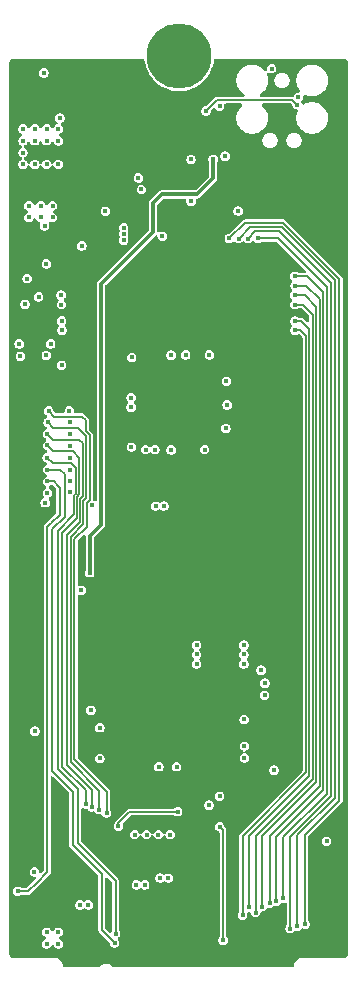
<source format=gbr>
%TF.GenerationSoftware,KiCad,Pcbnew,9.0.7*%
%TF.CreationDate,2026-02-08T22:25:42+01:00*%
%TF.ProjectId,BladeCore-M54,426c6164-6543-46f7-9265-2d4d35342e6b,rev?*%
%TF.SameCoordinates,Original*%
%TF.FileFunction,Copper,L3,Inr*%
%TF.FilePolarity,Positive*%
%FSLAX46Y46*%
G04 Gerber Fmt 4.6, Leading zero omitted, Abs format (unit mm)*
G04 Created by KiCad (PCBNEW 9.0.7) date 2026-02-08 22:25:42*
%MOMM*%
%LPD*%
G01*
G04 APERTURE LIST*
%TA.AperFunction,ComponentPad*%
%ADD10C,0.600000*%
%TD*%
%TA.AperFunction,ComponentPad*%
%ADD11C,5.500000*%
%TD*%
%TA.AperFunction,HeatsinkPad*%
%ADD12C,0.425000*%
%TD*%
%TA.AperFunction,ViaPad*%
%ADD13C,0.400000*%
%TD*%
%TA.AperFunction,Conductor*%
%ADD14C,0.174000*%
%TD*%
%TA.AperFunction,Conductor*%
%ADD15C,0.150000*%
%TD*%
%TA.AperFunction,Conductor*%
%ADD16C,0.300000*%
%TD*%
G04 APERTURE END LIST*
D10*
%TO.N,GND*%
%TO.C,IC7*%
X6640000Y68770000D03*
X8360000Y68770000D03*
X7500000Y69250000D03*
X6640000Y69730000D03*
X8360000Y69730000D03*
%TD*%
D11*
%TO.N,N/C*%
%TO.C,J1*%
X15471447Y80915000D03*
%TD*%
D12*
%TO.N,GND*%
%TO.C,IC1*%
X16279212Y50745788D03*
X16279212Y51595788D03*
X16279212Y52445788D03*
X15429212Y50745788D03*
X15429212Y51595788D03*
X15429212Y52445788D03*
X14579212Y50745788D03*
X14579212Y51595788D03*
X14579212Y52445788D03*
%TD*%
D13*
%TO.N,GND*%
X10000000Y19750000D03*
X5500000Y18250000D03*
X5750000Y14250000D03*
X5950000Y12525000D03*
X28750000Y7250000D03*
X26750000Y7250000D03*
X26750000Y7250000D03*
X28750000Y5250000D03*
X26750000Y5250000D03*
X17750000Y14250000D03*
X15750000Y12250000D03*
X21750000Y19250000D03*
X18750000Y19250000D03*
X16750000Y23250000D03*
X14750000Y23250000D03*
X12750000Y23250000D03*
X16750000Y25250000D03*
X14750000Y25250000D03*
X12750000Y25250000D03*
X13100000Y30900000D03*
X15200000Y33850000D03*
X14600000Y41700000D03*
X12250000Y43150000D03*
X11800000Y40550000D03*
X12950000Y37850000D03*
X4500000Y52300000D03*
X4450000Y54350000D03*
X4400000Y57550000D03*
X18200000Y78500000D03*
X9600000Y78700000D03*
X6300000Y79850000D03*
X28000000Y72300000D03*
X27100000Y66550000D03*
X22500000Y70500000D03*
X22500000Y67600000D03*
X16950000Y67600000D03*
X15450000Y67600000D03*
X7500000Y63050000D03*
X10450000Y62150000D03*
X9900000Y58250000D03*
%TO.N,Net-(IC1B-GPIO44{slash}ADC4)*%
X6194212Y46920788D03*
%TO.N,Net-(IC1B-GPIO45{slash}ADC5)*%
X6224600Y45882388D03*
%TO.N,Net-(IC1B-GPIO46{slash}ADC6)*%
X6212000Y44920788D03*
%TO.N,Net-(IC1B-GPIO47{slash}ADC7)*%
X6212000Y43995788D03*
%TO.N,Net-(IC1B-GPIO43{slash}ADC3)*%
X6194212Y47920788D03*
%TO.N,Net-(IC1B-GPIO42{slash}ADC2)*%
X6194212Y48920788D03*
%TO.N,Net-(IC1B-GPIO41{slash}ADC1)*%
X6209212Y49895788D03*
%TO.N,Net-(IC1B-GPIO40{slash}ADC0)*%
X6179212Y50870788D03*
%TO.N,+3.3VP*%
X18900000Y18250000D03*
%TO.N,GND*%
X19508697Y35847756D03*
X18508697Y35847756D03*
X18500000Y34750000D03*
X19500000Y34750000D03*
X19508697Y33678588D03*
X18508697Y33678588D03*
X18500000Y32500000D03*
X19500000Y32500000D03*
X20500000Y32500000D03*
X20508697Y33678588D03*
X20500000Y34750000D03*
X20508697Y35847756D03*
X13350000Y72300000D03*
X13350000Y70400000D03*
X21350000Y58750000D03*
X17900000Y42450000D03*
X23950000Y31500000D03*
X19600000Y28300000D03*
X18350000Y28300000D03*
X8850000Y28350000D03*
X7450000Y28950000D03*
X10600000Y28350000D03*
%TO.N,QSPI_SS*%
X23500000Y20450000D03*
X27950000Y14450000D03*
%TO.N,GND*%
X27950000Y8250000D03*
X27950000Y10650000D03*
X6750000Y78650000D03*
X8250000Y64875000D03*
X22750000Y23750000D03*
X19160000Y4790000D03*
X18125000Y67800000D03*
X9450000Y7350000D03*
X14861979Y10763021D03*
X11582300Y11325305D03*
X27025000Y70750000D03*
X18000000Y16500000D03*
X16100000Y31225000D03*
X14925000Y4675000D03*
X12750000Y20750000D03*
X17625000Y75425000D03*
X13075000Y55400000D03*
X9150000Y20650000D03*
X27000000Y69450000D03*
X13225000Y64350000D03*
X4050000Y10250000D03*
X7675000Y21250000D03*
X4800000Y64850000D03*
X24475000Y68825000D03*
X22170000Y4790000D03*
X2550000Y5375000D03*
X18075000Y66575000D03*
X10884212Y45170788D03*
X15230000Y70420000D03*
X12850000Y11325000D03*
X16925000Y4800000D03*
X27025000Y70125000D03*
X4884800Y43075000D03*
X22175000Y36850000D03*
X1850000Y6150000D03*
X22730000Y24750000D03*
X7750000Y24000000D03*
X16925000Y61175000D03*
X8850000Y5775000D03*
X8750000Y38150000D03*
X6012500Y73937500D03*
X18375000Y48675000D03*
X17500000Y23750000D03*
X17250000Y16000000D03*
X2800000Y75600000D03*
X12400000Y52725000D03*
X18775000Y68425000D03*
X13575000Y10775000D03*
X4050000Y9200000D03*
X9675000Y39075000D03*
X24150000Y73025000D03*
X11750000Y20850000D03*
X22750000Y25750000D03*
X8850000Y35000000D03*
X16550000Y15070000D03*
X12401527Y50476527D03*
X24475000Y70125000D03*
X1825000Y7150000D03*
X18700000Y69475000D03*
X9250000Y72700000D03*
X24475000Y69475000D03*
X25650000Y68100000D03*
X11425000Y49400000D03*
X24475000Y70750000D03*
X17500000Y22250000D03*
X16050000Y54050000D03*
X17300000Y54625000D03*
X8600000Y6425000D03*
X6325000Y5675000D03*
X6650000Y77275000D03*
X24675000Y4800000D03*
X12300000Y48375000D03*
X10175000Y5075000D03*
X7125000Y23250000D03*
X17850000Y51425000D03*
X8975000Y65550000D03*
X9425000Y74025000D03*
X9846800Y15202936D03*
X9900000Y31200000D03*
X22730000Y22500000D03*
X22730000Y21500000D03*
X13526527Y49351527D03*
X16800000Y70410000D03*
X14850000Y49328200D03*
X10400000Y75400000D03*
X14825000Y54050000D03*
X27000000Y68825000D03*
X16250000Y20750000D03*
X17850000Y53400000D03*
X15940000Y14450000D03*
X12300000Y36350000D03*
X5825000Y64850000D03*
X17500000Y21250000D03*
X18350000Y74925000D03*
X15175000Y30725000D03*
X21075000Y69475000D03*
X7150000Y22275000D03*
X17312573Y49340627D03*
X9225000Y71150000D03*
X4100000Y65600000D03*
X18775000Y67150000D03*
X9925000Y71975000D03*
X14725000Y65175000D03*
%TO.N,+5V*%
X4750000Y68250000D03*
X9225000Y67775000D03*
X3750000Y68250000D03*
X3750000Y67250000D03*
X4075000Y66525000D03*
X4750000Y67250000D03*
X2750000Y68250000D03*
X2750000Y67250000D03*
X3250000Y23750000D03*
%TO.N,+3.3V*%
X8750000Y21450000D03*
X4250000Y74750000D03*
X3250000Y73750000D03*
X8750000Y24050000D03*
X16490000Y68620000D03*
X11429212Y47820788D03*
X2250000Y74750000D03*
X16950000Y31050000D03*
X19479212Y53395788D03*
X11454212Y55395788D03*
X19375000Y72450000D03*
X4250000Y73750000D03*
X3250000Y74750000D03*
X18029212Y55620788D03*
X4250000Y71750000D03*
X4125000Y43100000D03*
X8000000Y25525000D03*
X16480000Y72170000D03*
X23300000Y79850000D03*
X8075000Y42900000D03*
X11404212Y51995788D03*
X19429212Y49395788D03*
X12629212Y47595788D03*
X4230331Y63330331D03*
X2250000Y72750000D03*
X5247224Y73735855D03*
X16950000Y30250000D03*
X14804212Y47570788D03*
X3250000Y71750000D03*
X20475000Y67800000D03*
X2600000Y62075000D03*
X5250000Y71750000D03*
X17629212Y47595788D03*
X2250000Y71750000D03*
X22425000Y28925000D03*
X5375000Y75675000D03*
X7225000Y64850000D03*
X16950000Y29450000D03*
X16029212Y55620788D03*
X2250000Y73750000D03*
X5250000Y74750000D03*
%TO.N,/Block Diagram/Microcontroller Peripherals/VREF_IN*%
X7900000Y37175000D03*
X18360000Y72175000D03*
%TO.N,+1V1*%
X13429212Y47595788D03*
X14804212Y55595788D03*
X19529212Y51395788D03*
X11404212Y51195788D03*
%TO.N,/Block Diagram/Ethernet Interface/RDN_R_N*%
X13720000Y15000000D03*
%TO.N,/Block Diagram/Ethernet Interface/RDN_R_P*%
X14720000Y15000000D03*
%TO.N,+3.3VP*%
X21000000Y21500000D03*
X20980000Y24750000D03*
X15250000Y20750000D03*
X20950000Y30250000D03*
X21000000Y22500000D03*
X13750000Y20750000D03*
X20950000Y31050000D03*
X20950000Y29450000D03*
X18000000Y17500000D03*
%TO.N,VBUS*%
X5250000Y5750000D03*
X4025000Y79500000D03*
X4250000Y5750000D03*
X3225000Y11850000D03*
X4250000Y6750000D03*
X5250000Y6750000D03*
%TO.N,/Block Diagram/Microcontroller/ADC_VUSB*%
X1800000Y10200000D03*
X4325000Y44900000D03*
%TO.N,/Block Diagram/Microcontroller Peripherals/I2C0_SCL*%
X5550000Y57700000D03*
X12275000Y69625000D03*
%TO.N,/Block Diagram/Microcontroller Peripherals/I2C0_SDA*%
X5525000Y58500000D03*
X12025000Y70600000D03*
%TO.N,HEARTBEAT*%
X14050000Y65675000D03*
X5525000Y54750000D03*
%TO.N,/Block Diagram/Microcontroller Peripherals/SWCLK*%
X17750000Y76275000D03*
X25458349Y76808253D03*
%TO.N,/Block Diagram/Microcontroller Peripherals/SWDIO*%
X18900000Y76675000D03*
X25575000Y77425000D03*
%TO.N,/Block Diagram/Ethernet Interface/ETH_INT*%
X2025000Y55500000D03*
X4225000Y55575000D03*
%TO.N,/Block Diagram/Ethernet Interface/ETH_RST*%
X1925000Y56550000D03*
X4600000Y56550000D03*
%TO.N,/Block Diagram/Microcontroller/ADC1*%
X4375000Y49900000D03*
X8700000Y17125000D03*
%TO.N,/Block Diagram/Microcontroller/ADC2*%
X4325000Y48925000D03*
X8100000Y17350000D03*
%TO.N,/Block Diagram/Microcontroller/ADC3*%
X7550000Y17600000D03*
X4325000Y47950000D03*
%TO.N,/Block Diagram/Microcontroller/ADC4*%
X4300000Y46925000D03*
X10100000Y6625000D03*
%TO.N,/Block Diagram/Microcontroller/ADC5*%
X10000000Y5825000D03*
X4325000Y45900000D03*
%TO.N,/Block Diagram/Microcontroller Peripherals/ADC_VREF*%
X4325000Y43925000D03*
X7180000Y35700000D03*
%TO.N,/Block Diagram/Microcontroller/GPIO18*%
X20850000Y8175000D03*
X25290000Y57700000D03*
%TO.N,/Block Diagram/Microcontroller/GPIO19*%
X25280000Y58480000D03*
X21375000Y8850000D03*
%TO.N,/Block Diagram/Microcontroller/GPIO22*%
X23125000Y9175000D03*
X25280000Y61480000D03*
%TO.N,/Block Diagram/Microcontroller/GPIO23*%
X23700000Y9350000D03*
X25270000Y62270000D03*
%TO.N,/Block Diagram/Microcontroller/GPIO20*%
X21950000Y8397545D03*
X25270000Y59880000D03*
%TO.N,/Block Diagram/Microcontroller/GPIO21*%
X22500000Y8900000D03*
X25260000Y60670000D03*
%TO.N,/Block Diagram/Microcontroller/GPIO27*%
X26110000Y7425000D03*
X19720000Y65480000D03*
%TO.N,/Block Diagram/Microcontroller/GPIO25*%
X21304212Y65470788D03*
X24870000Y7050000D03*
%TO.N,/Block Diagram/Microcontroller/GPIO24*%
X22130000Y65480000D03*
X24275000Y9600000D03*
%TO.N,/Block Diagram/Microcontroller/GPIO26*%
X25460000Y7250000D03*
X20510000Y65460000D03*
%TO.N,/Block Diagram/Microcontroller/ADC0*%
X4425000Y50875000D03*
X9325000Y16850000D03*
%TO.N,/Block Diagram/Ethernet Interface/TDN_R_P*%
X12710000Y15000000D03*
%TO.N,/Block Diagram/Ethernet Interface/TDN_R_N*%
X11700000Y15000000D03*
%TO.N,USB_RP_D+*%
X7775000Y9050000D03*
X14175000Y42825000D03*
%TO.N,USB_RP_D-*%
X13475000Y42825000D03*
X7075000Y9050000D03*
%TO.N,/Block Diagram/Ethernet Interface/SPI1_MOSI*%
X2425000Y59900000D03*
X5500000Y59875000D03*
%TO.N,/Block Diagram/Ethernet Interface/SPI1_SCLK*%
X3575000Y60525000D03*
X5475000Y60675000D03*
%TO.N,/Block Diagram/TD_P*%
X12555000Y10750000D03*
%TO.N,/Block Diagram/RCT*%
X10325000Y15700000D03*
X15350000Y16950000D03*
%TO.N,/Block Diagram/TD_N*%
X11855000Y10750000D03*
%TO.N,/Block Diagram/RD_P*%
X14565000Y11325000D03*
%TO.N,/Block Diagram/RD_N*%
X13865000Y11325000D03*
%TO.N,/Block Diagram/TCT*%
X18900000Y15675000D03*
X19196800Y6050000D03*
%TO.N,/Block Diagram/LINK_LED*%
X22700000Y26800000D03*
%TO.N,/Block Diagram/ACT_LED*%
X22725000Y27825000D03*
%TO.N,Net-(JP1-C)*%
X10775000Y65875000D03*
X10775000Y66400000D03*
X10775000Y65325000D03*
%TD*%
D14*
%TO.N,/Block Diagram/Microcontroller/ADC0*%
X9325000Y18650000D02*
X9325000Y16850000D01*
X6600000Y21375000D02*
X9325000Y18650000D01*
X6600000Y40025000D02*
X6600000Y21375000D01*
X7637000Y41062000D02*
X6600000Y40025000D01*
X7637000Y43087000D02*
X7637000Y41062000D01*
X7900000Y43350000D02*
X7637000Y43087000D01*
X7900000Y48800000D02*
X7900000Y43350000D01*
X7550000Y49150000D02*
X7900000Y48800000D01*
X7548999Y49156614D02*
X7550000Y49155613D01*
X7550000Y50075000D02*
X7550000Y49520467D01*
X7550000Y49520467D02*
X7548999Y49519466D01*
X7548999Y49519466D02*
X7548999Y49156614D01*
X4900000Y50400000D02*
X7225000Y50400000D01*
X4425000Y50875000D02*
X4900000Y50400000D01*
X7225000Y50400000D02*
X7550000Y50075000D01*
X7550000Y49155613D02*
X7550000Y49150000D01*
%TO.N,/Block Diagram/Microcontroller/ADC1*%
X4825000Y49450000D02*
X4375000Y49900000D01*
X7372000Y43272000D02*
X7600000Y43500000D01*
X7600000Y48725000D02*
X6875000Y49450000D01*
X7372000Y41272000D02*
X7372000Y43272000D01*
X6275000Y40175000D02*
X7372000Y41272000D01*
X7600000Y43500000D02*
X7600000Y48725000D01*
X6275000Y21125234D02*
X6275000Y40175000D01*
X6875000Y49450000D02*
X4825000Y49450000D01*
X8700000Y18700234D02*
X6275000Y21125234D01*
X8700000Y17125000D02*
X8700000Y18700234D01*
%TO.N,/Block Diagram/Microcontroller/ADC2*%
X8100000Y18775000D02*
X8100000Y17350000D01*
X5950000Y20925000D02*
X8100000Y18775000D01*
X7107000Y43453979D02*
X7107000Y41507000D01*
X7107000Y41507000D02*
X5950000Y40350000D01*
X7300000Y43646979D02*
X7107000Y43453979D01*
X7300000Y48175000D02*
X7300000Y43646979D01*
X5950000Y40350000D02*
X5950000Y20925000D01*
X7025000Y48450000D02*
X7300000Y48175000D01*
X4800000Y48450000D02*
X7025000Y48450000D01*
X4325000Y48925000D02*
X4800000Y48450000D01*
%TO.N,/Block Diagram/Microcontroller/ADC3*%
X4825000Y47450000D02*
X4325000Y47950000D01*
X6475000Y47450000D02*
X4825000Y47450000D01*
X7035000Y46890000D02*
X6475000Y47450000D01*
X7035000Y43803724D02*
X7035000Y46890000D01*
X6842000Y43610725D02*
X7035000Y43803724D01*
X7550000Y18750000D02*
X5575000Y20725000D01*
X5575000Y40550000D02*
X6842000Y41817000D01*
X6842000Y41817000D02*
X6842000Y43610725D01*
X7550000Y17600000D02*
X7550000Y18750000D01*
X5575000Y20725000D02*
X5575000Y40550000D01*
%TO.N,/Block Diagram/Microcontroller/ADC4*%
X10100000Y11050000D02*
X10100000Y6625000D01*
X6900000Y14250000D02*
X10100000Y11050000D01*
X6900000Y18825000D02*
X6900000Y14250000D01*
X5175000Y20550000D02*
X6900000Y18825000D01*
X5175000Y40725000D02*
X5175000Y20550000D01*
X6577000Y43720492D02*
X6577000Y42127000D01*
X6577000Y42127000D02*
X5175000Y40725000D01*
X6700000Y43843492D02*
X6577000Y43720492D01*
X6700000Y46025000D02*
X6700000Y43843492D01*
X6275000Y46450000D02*
X6700000Y46025000D01*
X4775000Y46450000D02*
X6275000Y46450000D01*
X4300000Y46925000D02*
X4775000Y46450000D01*
D15*
%TO.N,/Block Diagram/Microcontroller/GPIO20*%
X25930000Y59880000D02*
X25270000Y59880000D01*
X21950000Y8397545D02*
X21950000Y14880000D01*
X21950000Y14880000D02*
X26780000Y19710000D01*
X26780000Y59030000D02*
X25930000Y59880000D01*
X26780000Y19710000D02*
X26780000Y59030000D01*
%TO.N,/Block Diagram/Microcontroller/GPIO19*%
X25810000Y58480000D02*
X25280000Y58480000D01*
X21375000Y8850000D02*
X21375000Y14865000D01*
X26480000Y57810000D02*
X25810000Y58480000D01*
X26480000Y19970000D02*
X26480000Y57810000D01*
X21375000Y14865000D02*
X26480000Y19970000D01*
D16*
%TO.N,/Block Diagram/Microcontroller Peripherals/VREF_IN*%
X8850000Y41250000D02*
X8850000Y61625000D01*
X14000000Y69200000D02*
X16975000Y69200000D01*
X13275000Y68475000D02*
X14000000Y69200000D01*
X8850000Y61625000D02*
X13275000Y66050000D01*
X7900000Y40300000D02*
X8850000Y41250000D01*
X16975000Y69200000D02*
X18360000Y70585000D01*
X13275000Y66050000D02*
X13275000Y68475000D01*
X18360000Y70585000D02*
X18360000Y72175000D01*
X7900000Y37175000D02*
X7900000Y40300000D01*
D14*
%TO.N,/Block Diagram/Microcontroller/ADC_VUSB*%
X2700000Y10200000D02*
X1800000Y10200000D01*
X4300000Y40000000D02*
X4300000Y11800000D01*
X5200000Y44550000D02*
X5375000Y44375000D01*
X5375000Y42100000D02*
X4625000Y41350000D01*
X4300000Y41025000D02*
X4300000Y40000000D01*
X4625000Y41350000D02*
X4300000Y41025000D01*
X3400000Y10900000D02*
X2700000Y10200000D01*
X4300000Y11800000D02*
X3400000Y10900000D01*
X5375000Y44375000D02*
X5375000Y43700000D01*
X5375000Y43700000D02*
X5375000Y42100000D01*
X4325000Y44900000D02*
X4850000Y44900000D01*
X4850000Y44900000D02*
X5200000Y44550000D01*
D15*
%TO.N,/Block Diagram/Microcontroller Peripherals/SWCLK*%
X17750000Y76275000D02*
X18672450Y77197450D01*
X18672450Y77197450D02*
X25069152Y77197450D01*
X25069152Y77197450D02*
X25458349Y76808253D01*
D14*
%TO.N,/Block Diagram/Microcontroller/ADC5*%
X6475000Y14100000D02*
X6475000Y18650000D01*
X5775000Y45550000D02*
X5425000Y45900000D01*
X8925000Y11650000D02*
X6475000Y14100000D01*
X4725000Y20400000D02*
X4725000Y40850000D01*
X8925000Y6900000D02*
X8925000Y11650000D01*
X4725000Y40850000D02*
X5775000Y41900000D01*
X10000000Y5825000D02*
X8925000Y6900000D01*
X5775000Y41900000D02*
X5775000Y45550000D01*
X5425000Y45900000D02*
X4325000Y45900000D01*
X6475000Y18650000D02*
X4725000Y20400000D01*
D15*
%TO.N,/Block Diagram/Microcontroller/GPIO18*%
X25720000Y57700000D02*
X26210000Y57210000D01*
X26210000Y57210000D02*
X26210000Y20260000D01*
X26210000Y20260000D02*
X20850000Y14900000D01*
X20850000Y14900000D02*
X20850000Y8175000D01*
X25290000Y57700000D02*
X25720000Y57700000D01*
%TO.N,/Block Diagram/Microcontroller/GPIO22*%
X27360000Y60370000D02*
X27360000Y19110000D01*
X23125000Y14875000D02*
X23125000Y9175000D01*
X26250000Y61480000D02*
X27360000Y60370000D01*
X25280000Y61480000D02*
X26250000Y61480000D01*
X27360000Y19110000D02*
X23125000Y14875000D01*
%TO.N,/Block Diagram/Microcontroller/GPIO23*%
X23700000Y9350000D02*
X23700000Y14790000D01*
X27670000Y18760000D02*
X27670000Y60930000D01*
X27670000Y60930000D02*
X26330000Y62270000D01*
X23700000Y14790000D02*
X27670000Y18760000D01*
X26330000Y62270000D02*
X25270000Y62270000D01*
%TO.N,/Block Diagram/Microcontroller/GPIO21*%
X26100000Y60670000D02*
X25260000Y60670000D01*
X22500000Y14870000D02*
X27070000Y19440000D01*
X27070000Y19440000D02*
X27070000Y59700000D01*
X27070000Y59700000D02*
X26100000Y60670000D01*
X22500000Y8900000D02*
X22500000Y14870000D01*
%TO.N,/Block Diagram/Microcontroller/GPIO27*%
X26110000Y14960000D02*
X29030000Y17880000D01*
X21050000Y66810000D02*
X19720000Y65480000D01*
X29030000Y17880000D02*
X29030000Y62060000D01*
X24280000Y66810000D02*
X21050000Y66810000D01*
X29030000Y62060000D02*
X24280000Y66810000D01*
X26110000Y7425000D02*
X26110000Y14960000D01*
%TO.N,/Block Diagram/Microcontroller/GPIO25*%
X21933424Y66100000D02*
X21304212Y65470788D01*
X24870000Y14840000D02*
X28300000Y18270000D01*
X23940000Y66100000D02*
X21933424Y66100000D01*
X24870000Y7050000D02*
X24870000Y14840000D01*
X28300000Y18270000D02*
X28300000Y61740000D01*
X28300000Y61740000D02*
X23940000Y66100000D01*
%TO.N,/Block Diagram/Microcontroller/GPIO24*%
X23850000Y65480000D02*
X27970000Y61360000D01*
X24275000Y14785000D02*
X24275000Y9600000D01*
X27970000Y18480000D02*
X24275000Y14785000D01*
X27970000Y61360000D02*
X27970000Y18480000D01*
X22130000Y65480000D02*
X23850000Y65480000D01*
%TO.N,/Block Diagram/Microcontroller/GPIO26*%
X25460000Y7250000D02*
X25460000Y14940000D01*
X21480000Y66430000D02*
X20510000Y65460000D01*
X28630000Y18110000D02*
X28630000Y61940000D01*
X25460000Y14940000D02*
X28630000Y18110000D01*
X28630000Y61940000D02*
X24140000Y66430000D01*
X24140000Y66430000D02*
X21480000Y66430000D01*
%TO.N,/Block Diagram/RCT*%
X10325000Y15975000D02*
X10325000Y15700000D01*
X11250000Y16900000D02*
X10325000Y15975000D01*
X15350000Y16950000D02*
X15300000Y16900000D01*
X15300000Y16900000D02*
X11250000Y16900000D01*
%TO.N,/Block Diagram/TCT*%
X19196800Y6050000D02*
X19196800Y15378200D01*
X19196800Y15378200D02*
X18900000Y15675000D01*
%TD*%
%TA.AperFunction,Conductor*%
%TO.N,GND*%
G36*
X9420903Y11317539D02*
G01*
X9427381Y11311507D01*
X9772981Y10965907D01*
X9806466Y10904584D01*
X9809300Y10878226D01*
X9809300Y6956581D01*
X9793631Y6896245D01*
X9785214Y6881134D01*
X9776959Y6872878D01*
X9723811Y6780823D01*
X9718680Y6761675D01*
X9711209Y6748260D01*
X9696799Y6734090D01*
X9686280Y6716835D01*
X9672395Y6710092D01*
X9661391Y6699270D01*
X9641609Y6695140D01*
X9623431Y6686311D01*
X9608106Y6688145D01*
X9592997Y6684990D01*
X9574121Y6692212D01*
X9554056Y6694612D01*
X9536132Y6706744D01*
X9527739Y6709955D01*
X9524119Y6714876D01*
X9515197Y6720915D01*
X9252019Y6984093D01*
X9218534Y7045416D01*
X9215700Y7071774D01*
X9215700Y11223826D01*
X9235385Y11290865D01*
X9288189Y11336620D01*
X9357347Y11346564D01*
X9420903Y11317539D01*
G37*
%TD.AperFunction*%
%TA.AperFunction,Conductor*%
G36*
X12414413Y80698946D02*
G01*
X12416319Y80699442D01*
X12447806Y80689141D01*
X12479564Y80679815D01*
X12480852Y80678329D01*
X12482724Y80677716D01*
X12503644Y80652026D01*
X12525319Y80627011D01*
X12525992Y80624581D01*
X12526842Y80623537D01*
X12535745Y80589384D01*
X12554890Y80419470D01*
X12554892Y80419454D01*
X12628712Y80096024D01*
X12628716Y80096012D01*
X12738285Y79782884D01*
X12882224Y79483991D01*
X12917845Y79427301D01*
X13058729Y79203085D01*
X13265574Y78943711D01*
X13500158Y78709127D01*
X13759532Y78502282D01*
X14040435Y78325779D01*
X14339334Y78181837D01*
X14574508Y78099546D01*
X14652458Y78072270D01*
X14652470Y78072266D01*
X14975904Y77998445D01*
X15305567Y77961301D01*
X15305568Y77961300D01*
X15305571Y77961300D01*
X15637326Y77961300D01*
X15637326Y77961301D01*
X15966990Y77998445D01*
X16290424Y78072266D01*
X16603560Y78181837D01*
X16902459Y78325779D01*
X17183362Y78502282D01*
X17442736Y78709127D01*
X17677320Y78943711D01*
X17884165Y79203085D01*
X18060668Y79483988D01*
X18204610Y79782887D01*
X18314181Y80096023D01*
X18388002Y80419457D01*
X18403674Y80558543D01*
X18407149Y80589384D01*
X18434216Y80653798D01*
X18491811Y80693353D01*
X18530369Y80699500D01*
X29410118Y80699500D01*
X29440243Y80699500D01*
X29459640Y80697973D01*
X29475080Y80695528D01*
X29523154Y80687914D01*
X29560046Y80675927D01*
X29608544Y80651217D01*
X29639929Y80628414D01*
X29678413Y80589930D01*
X29701217Y80558543D01*
X29725925Y80510050D01*
X29737913Y80473155D01*
X29747973Y80409642D01*
X29749500Y80390243D01*
X29749500Y4859758D01*
X29747973Y4840361D01*
X29747973Y4840359D01*
X29737913Y4776846D01*
X29725925Y4739951D01*
X29701217Y4691458D01*
X29678413Y4660071D01*
X29639929Y4621587D01*
X29608542Y4598783D01*
X29560049Y4574075D01*
X29523154Y4562087D01*
X29485734Y4556160D01*
X29459639Y4552027D01*
X29440243Y4550500D01*
X25831005Y4550500D01*
X25695677Y4523582D01*
X25695667Y4523579D01*
X25568195Y4470779D01*
X25568182Y4470772D01*
X25453458Y4394115D01*
X25453454Y4394112D01*
X25355888Y4296546D01*
X25355885Y4296542D01*
X25279228Y4181818D01*
X25279221Y4181805D01*
X25226421Y4054333D01*
X25226418Y4054323D01*
X25199500Y3918996D01*
X25199500Y3874000D01*
X25179815Y3806961D01*
X25127011Y3761206D01*
X25075500Y3750000D01*
X9983441Y3750000D01*
X9916402Y3769685D01*
X9895760Y3786319D01*
X9810292Y3871787D01*
X9810288Y3871790D01*
X9679185Y3959391D01*
X9679172Y3959398D01*
X9533501Y4019736D01*
X9533489Y4019739D01*
X9378845Y4050500D01*
X9378842Y4050500D01*
X9339882Y4050500D01*
X9300000Y4050500D01*
X9221158Y4050500D01*
X9221155Y4050500D01*
X9066510Y4019739D01*
X9066498Y4019736D01*
X8920827Y3959398D01*
X8920814Y3959391D01*
X8789711Y3871790D01*
X8789707Y3871787D01*
X8704240Y3786319D01*
X8642917Y3752834D01*
X8616559Y3750000D01*
X5774500Y3750000D01*
X5707461Y3769685D01*
X5661706Y3822489D01*
X5650500Y3874000D01*
X5650500Y3918996D01*
X5623581Y4054323D01*
X5623580Y4054324D01*
X5623580Y4054328D01*
X5584159Y4149500D01*
X5570778Y4181805D01*
X5570771Y4181818D01*
X5494114Y4296542D01*
X5494111Y4296546D01*
X5396545Y4394112D01*
X5396541Y4394115D01*
X5281817Y4470772D01*
X5281804Y4470779D01*
X5154332Y4523579D01*
X5154322Y4523582D01*
X5018995Y4550500D01*
X5018993Y4550500D01*
X4989882Y4550500D01*
X1409757Y4550500D01*
X1390360Y4552027D01*
X1349549Y4558491D01*
X1326845Y4562087D01*
X1289950Y4574075D01*
X1241457Y4598783D01*
X1210070Y4621587D01*
X1171586Y4660071D01*
X1148782Y4691458D01*
X1124073Y4739954D01*
X1112086Y4776848D01*
X1111427Y4781007D01*
X1102027Y4840361D01*
X1100500Y4859758D01*
X1100500Y6803148D01*
X3846300Y6803148D01*
X3846300Y6696852D01*
X3873811Y6594177D01*
X3926959Y6502122D01*
X4002122Y6426959D01*
X4094177Y6373811D01*
X4109243Y6369775D01*
X4168903Y6333410D01*
X4199432Y6270563D01*
X4191137Y6201188D01*
X4146652Y6147310D01*
X4109244Y6130227D01*
X4094177Y6126189D01*
X4094175Y6126188D01*
X4094174Y6126188D01*
X4002125Y6073043D01*
X4002119Y6073039D01*
X3926961Y5997881D01*
X3926957Y5997875D01*
X3873812Y5905826D01*
X3873812Y5905825D01*
X3873811Y5905823D01*
X3846300Y5803148D01*
X3846300Y5696852D01*
X3873811Y5594177D01*
X3926959Y5502122D01*
X4002122Y5426959D01*
X4094177Y5373811D01*
X4196852Y5346300D01*
X4196854Y5346300D01*
X4303146Y5346300D01*
X4303148Y5346300D01*
X4405823Y5373811D01*
X4497878Y5426959D01*
X4573041Y5502122D01*
X4626189Y5594177D01*
X4630225Y5609244D01*
X4666589Y5668903D01*
X4729435Y5699433D01*
X4798811Y5691139D01*
X4852690Y5646654D01*
X4869773Y5609245D01*
X4873811Y5594177D01*
X4926959Y5502122D01*
X5002122Y5426959D01*
X5094177Y5373811D01*
X5196852Y5346300D01*
X5196854Y5346300D01*
X5303146Y5346300D01*
X5303148Y5346300D01*
X5405823Y5373811D01*
X5497878Y5426959D01*
X5573041Y5502122D01*
X5626189Y5594177D01*
X5653700Y5696852D01*
X5653700Y5803148D01*
X5626189Y5905823D01*
X5573041Y5997878D01*
X5497878Y6073041D01*
X5405823Y6126189D01*
X5390756Y6130226D01*
X5331097Y6166589D01*
X5300567Y6229435D01*
X5308861Y6298811D01*
X5353346Y6352690D01*
X5390755Y6369774D01*
X5405823Y6373811D01*
X5497878Y6426959D01*
X5573041Y6502122D01*
X5626189Y6594177D01*
X5653700Y6696852D01*
X5653700Y6803148D01*
X5626189Y6905823D01*
X5573041Y6997878D01*
X5497878Y7073041D01*
X5436508Y7108473D01*
X5405825Y7126188D01*
X5405824Y7126189D01*
X5405823Y7126189D01*
X5303148Y7153700D01*
X5196852Y7153700D01*
X5094177Y7126189D01*
X5094175Y7126188D01*
X5094174Y7126188D01*
X5002125Y7073043D01*
X5002119Y7073039D01*
X4926961Y6997881D01*
X4926957Y6997875D01*
X4873812Y6905826D01*
X4873812Y6905825D01*
X4873811Y6905823D01*
X4869774Y6890757D01*
X4833410Y6831097D01*
X4770563Y6800568D01*
X4701188Y6808863D01*
X4647310Y6853348D01*
X4630226Y6890756D01*
X4626189Y6905823D01*
X4573041Y6997878D01*
X4497878Y7073041D01*
X4436508Y7108473D01*
X4405825Y7126188D01*
X4405824Y7126189D01*
X4405823Y7126189D01*
X4303148Y7153700D01*
X4196852Y7153700D01*
X4094177Y7126189D01*
X4094175Y7126188D01*
X4094174Y7126188D01*
X4002125Y7073043D01*
X4002119Y7073039D01*
X3926961Y6997881D01*
X3926957Y6997875D01*
X3873812Y6905826D01*
X3873812Y6905825D01*
X3873811Y6905823D01*
X3846300Y6803148D01*
X1100500Y6803148D01*
X1100500Y9103148D01*
X6671300Y9103148D01*
X6671300Y8996852D01*
X6698811Y8894177D01*
X6751959Y8802122D01*
X6827122Y8726959D01*
X6919177Y8673811D01*
X7021852Y8646300D01*
X7021854Y8646300D01*
X7128146Y8646300D01*
X7128148Y8646300D01*
X7230823Y8673811D01*
X7322878Y8726959D01*
X7337319Y8741400D01*
X7398642Y8774885D01*
X7468334Y8769901D01*
X7512681Y8741400D01*
X7527122Y8726959D01*
X7619177Y8673811D01*
X7721852Y8646300D01*
X7721854Y8646300D01*
X7828146Y8646300D01*
X7828148Y8646300D01*
X7930823Y8673811D01*
X8022878Y8726959D01*
X8098041Y8802122D01*
X8151189Y8894177D01*
X8178700Y8996852D01*
X8178700Y9103148D01*
X8151189Y9205823D01*
X8098041Y9297878D01*
X8022878Y9373041D01*
X7930823Y9426189D01*
X7828148Y9453700D01*
X7721852Y9453700D01*
X7619177Y9426189D01*
X7619175Y9426188D01*
X7619174Y9426188D01*
X7527125Y9373043D01*
X7527119Y9373039D01*
X7512681Y9358600D01*
X7451358Y9325115D01*
X7381666Y9330099D01*
X7337319Y9358600D01*
X7322880Y9373039D01*
X7322878Y9373041D01*
X7230823Y9426189D01*
X7128148Y9453700D01*
X7021852Y9453700D01*
X6919177Y9426189D01*
X6919175Y9426188D01*
X6919174Y9426188D01*
X6827125Y9373043D01*
X6827119Y9373039D01*
X6751961Y9297881D01*
X6751957Y9297875D01*
X6698812Y9205826D01*
X6698812Y9205825D01*
X6698811Y9205823D01*
X6671300Y9103148D01*
X1100500Y9103148D01*
X1100500Y10253148D01*
X1396300Y10253148D01*
X1396300Y10146852D01*
X1423811Y10044177D01*
X1476959Y9952122D01*
X1552122Y9876959D01*
X1644177Y9823811D01*
X1746852Y9796300D01*
X1746854Y9796300D01*
X1853146Y9796300D01*
X1853148Y9796300D01*
X1955823Y9823811D01*
X2047878Y9876959D01*
X2047886Y9876968D01*
X2054324Y9881906D01*
X2056072Y9879628D01*
X2105223Y9906466D01*
X2131581Y9909300D01*
X2738268Y9909300D01*
X2738271Y9909300D01*
X2812206Y9929111D01*
X2878494Y9967382D01*
X3632617Y10721505D01*
X3632617Y10721506D01*
X4468284Y11557175D01*
X4468289Y11557178D01*
X4478492Y11567382D01*
X4478494Y11567382D01*
X4532618Y11621506D01*
X4570889Y11687794D01*
X4590700Y11761729D01*
X4590700Y19823826D01*
X4610385Y19890865D01*
X4663189Y19936620D01*
X4732347Y19946564D01*
X4795903Y19917539D01*
X4802381Y19911507D01*
X6147981Y18565907D01*
X6181466Y18504584D01*
X6184300Y18478226D01*
X6184300Y14138271D01*
X6184300Y14061729D01*
X6204111Y13987794D01*
X6242381Y13921508D01*
X6242383Y13921505D01*
X8597981Y11565908D01*
X8631466Y11504585D01*
X8634300Y11478227D01*
X8634300Y6938271D01*
X8634300Y6861729D01*
X8650271Y6802126D01*
X8654111Y6787794D01*
X8692381Y6721508D01*
X8692383Y6721505D01*
X9559981Y5853907D01*
X9593466Y5792584D01*
X9594834Y5779859D01*
X9595239Y5779912D01*
X9596300Y5771854D01*
X9596300Y5771852D01*
X9623811Y5669177D01*
X9676959Y5577122D01*
X9752122Y5501959D01*
X9844177Y5448811D01*
X9946852Y5421300D01*
X9946854Y5421300D01*
X10053146Y5421300D01*
X10053148Y5421300D01*
X10155823Y5448811D01*
X10247878Y5501959D01*
X10323041Y5577122D01*
X10376189Y5669177D01*
X10403700Y5771852D01*
X10403700Y5878148D01*
X10376189Y5980823D01*
X10323041Y6072878D01*
X10301168Y6094751D01*
X10267683Y6156074D01*
X10272667Y6225766D01*
X10314539Y6281699D01*
X10326835Y6289811D01*
X10347878Y6301959D01*
X10423041Y6377122D01*
X10476189Y6469177D01*
X10503700Y6571852D01*
X10503700Y6678148D01*
X10476189Y6780823D01*
X10423041Y6872878D01*
X10423035Y6872884D01*
X10418094Y6879324D01*
X10420372Y6881073D01*
X10393534Y6930223D01*
X10390700Y6956581D01*
X10390700Y10803148D01*
X11451300Y10803148D01*
X11451300Y10696852D01*
X11478811Y10594177D01*
X11531959Y10502122D01*
X11607122Y10426959D01*
X11699177Y10373811D01*
X11801852Y10346300D01*
X11801854Y10346300D01*
X11908146Y10346300D01*
X11908148Y10346300D01*
X12010823Y10373811D01*
X12102878Y10426959D01*
X12117319Y10441400D01*
X12178642Y10474885D01*
X12248334Y10469901D01*
X12292681Y10441400D01*
X12307122Y10426959D01*
X12399177Y10373811D01*
X12501852Y10346300D01*
X12501854Y10346300D01*
X12608146Y10346300D01*
X12608148Y10346300D01*
X12710823Y10373811D01*
X12802878Y10426959D01*
X12878041Y10502122D01*
X12931189Y10594177D01*
X12958700Y10696852D01*
X12958700Y10803148D01*
X12931189Y10905823D01*
X12878041Y10997878D01*
X12802878Y11073041D01*
X12729898Y11115176D01*
X12710825Y11126188D01*
X12710824Y11126189D01*
X12710823Y11126189D01*
X12608148Y11153700D01*
X12501852Y11153700D01*
X12399177Y11126189D01*
X12399175Y11126188D01*
X12399174Y11126188D01*
X12307125Y11073043D01*
X12307119Y11073039D01*
X12292681Y11058600D01*
X12231358Y11025115D01*
X12161666Y11030099D01*
X12117319Y11058600D01*
X12102880Y11073039D01*
X12102878Y11073041D01*
X12029898Y11115176D01*
X12010825Y11126188D01*
X12010824Y11126189D01*
X12010823Y11126189D01*
X11908148Y11153700D01*
X11801852Y11153700D01*
X11699177Y11126189D01*
X11699175Y11126188D01*
X11699174Y11126188D01*
X11607125Y11073043D01*
X11607119Y11073039D01*
X11531961Y10997881D01*
X11531957Y10997875D01*
X11478812Y10905826D01*
X11478812Y10905825D01*
X11478811Y10905823D01*
X11451300Y10803148D01*
X10390700Y10803148D01*
X10390700Y11088270D01*
X10390699Y11088274D01*
X10383490Y11115176D01*
X10378817Y11132617D01*
X10370889Y11162206D01*
X10332617Y11228495D01*
X10182964Y11378148D01*
X13461300Y11378148D01*
X13461300Y11271852D01*
X13488811Y11169177D01*
X13541959Y11077122D01*
X13617122Y11001959D01*
X13709177Y10948811D01*
X13811852Y10921300D01*
X13811854Y10921300D01*
X13918146Y10921300D01*
X13918148Y10921300D01*
X14020823Y10948811D01*
X14112878Y11001959D01*
X14127319Y11016400D01*
X14188642Y11049885D01*
X14258334Y11044901D01*
X14302681Y11016400D01*
X14317122Y11001959D01*
X14409177Y10948811D01*
X14511852Y10921300D01*
X14511854Y10921300D01*
X14618146Y10921300D01*
X14618148Y10921300D01*
X14720823Y10948811D01*
X14812878Y11001959D01*
X14888041Y11077122D01*
X14941189Y11169177D01*
X14968700Y11271852D01*
X14968700Y11378148D01*
X14941189Y11480823D01*
X14888041Y11572878D01*
X14812878Y11648041D01*
X14720823Y11701189D01*
X14618148Y11728700D01*
X14511852Y11728700D01*
X14409177Y11701189D01*
X14409175Y11701188D01*
X14409174Y11701188D01*
X14317125Y11648043D01*
X14317119Y11648039D01*
X14302681Y11633600D01*
X14241358Y11600115D01*
X14171666Y11605099D01*
X14127319Y11633600D01*
X14112880Y11648039D01*
X14112878Y11648041D01*
X14020823Y11701189D01*
X13918148Y11728700D01*
X13811852Y11728700D01*
X13709177Y11701189D01*
X13709175Y11701188D01*
X13709174Y11701188D01*
X13617125Y11648043D01*
X13617119Y11648039D01*
X13541961Y11572881D01*
X13541957Y11572875D01*
X13488812Y11480826D01*
X13488812Y11480825D01*
X13488811Y11480823D01*
X13461300Y11378148D01*
X10182964Y11378148D01*
X7227019Y14334093D01*
X7193534Y14395416D01*
X7190700Y14421774D01*
X7190700Y15053148D01*
X11296300Y15053148D01*
X11296300Y14946852D01*
X11323811Y14844177D01*
X11376959Y14752122D01*
X11452122Y14676959D01*
X11544177Y14623811D01*
X11646852Y14596300D01*
X11646854Y14596300D01*
X11753146Y14596300D01*
X11753148Y14596300D01*
X11855823Y14623811D01*
X11947878Y14676959D01*
X12023041Y14752122D01*
X12076189Y14844177D01*
X12085226Y14877905D01*
X12121590Y14937563D01*
X12184436Y14968093D01*
X12253812Y14959799D01*
X12307690Y14915314D01*
X12324773Y14877907D01*
X12333811Y14844177D01*
X12386959Y14752122D01*
X12462122Y14676959D01*
X12554177Y14623811D01*
X12656852Y14596300D01*
X12656854Y14596300D01*
X12763146Y14596300D01*
X12763148Y14596300D01*
X12865823Y14623811D01*
X12957878Y14676959D01*
X13033041Y14752122D01*
X13086189Y14844177D01*
X13095226Y14877905D01*
X13131590Y14937563D01*
X13194436Y14968093D01*
X13263812Y14959799D01*
X13317690Y14915314D01*
X13334773Y14877907D01*
X13343811Y14844177D01*
X13396959Y14752122D01*
X13472122Y14676959D01*
X13564177Y14623811D01*
X13666852Y14596300D01*
X13666854Y14596300D01*
X13773146Y14596300D01*
X13773148Y14596300D01*
X13875823Y14623811D01*
X13967878Y14676959D01*
X14043041Y14752122D01*
X14096189Y14844177D01*
X14100225Y14859244D01*
X14136589Y14918903D01*
X14199435Y14949433D01*
X14268811Y14941139D01*
X14322690Y14896654D01*
X14339773Y14859245D01*
X14343811Y14844177D01*
X14396959Y14752122D01*
X14472122Y14676959D01*
X14564177Y14623811D01*
X14666852Y14596300D01*
X14666854Y14596300D01*
X14773146Y14596300D01*
X14773148Y14596300D01*
X14875823Y14623811D01*
X14967878Y14676959D01*
X15043041Y14752122D01*
X15096189Y14844177D01*
X15123700Y14946852D01*
X15123700Y15053148D01*
X15096189Y15155823D01*
X15043041Y15247878D01*
X14967878Y15323041D01*
X14875823Y15376189D01*
X14773148Y15403700D01*
X14666852Y15403700D01*
X14564177Y15376189D01*
X14564175Y15376188D01*
X14564174Y15376188D01*
X14472125Y15323043D01*
X14472119Y15323039D01*
X14396961Y15247881D01*
X14396957Y15247875D01*
X14343812Y15155826D01*
X14343812Y15155825D01*
X14343811Y15155823D01*
X14339774Y15140757D01*
X14303410Y15081097D01*
X14240563Y15050568D01*
X14171188Y15058863D01*
X14117310Y15103348D01*
X14100226Y15140756D01*
X14096189Y15155823D01*
X14043041Y15247878D01*
X13967878Y15323041D01*
X13875823Y15376189D01*
X13773148Y15403700D01*
X13666852Y15403700D01*
X13564177Y15376189D01*
X13564175Y15376188D01*
X13564174Y15376188D01*
X13472125Y15323043D01*
X13472119Y15323039D01*
X13396961Y15247881D01*
X13396957Y15247875D01*
X13343812Y15155826D01*
X13343812Y15155825D01*
X13343811Y15155823D01*
X13334773Y15122096D01*
X13298410Y15062437D01*
X13235563Y15031908D01*
X13166187Y15040203D01*
X13112309Y15084688D01*
X13095226Y15122094D01*
X13086189Y15155823D01*
X13033041Y15247878D01*
X12957878Y15323041D01*
X12865823Y15376189D01*
X12763148Y15403700D01*
X12656852Y15403700D01*
X12554177Y15376189D01*
X12554175Y15376188D01*
X12554174Y15376188D01*
X12462125Y15323043D01*
X12462119Y15323039D01*
X12386961Y15247881D01*
X12386957Y15247875D01*
X12333812Y15155826D01*
X12333812Y15155825D01*
X12333811Y15155823D01*
X12324773Y15122096D01*
X12288410Y15062437D01*
X12225563Y15031908D01*
X12156187Y15040203D01*
X12102309Y15084688D01*
X12085226Y15122094D01*
X12076189Y15155823D01*
X12023041Y15247878D01*
X11947878Y15323041D01*
X11855823Y15376189D01*
X11753148Y15403700D01*
X11646852Y15403700D01*
X11544177Y15376189D01*
X11544175Y15376188D01*
X11544174Y15376188D01*
X11452125Y15323043D01*
X11452119Y15323039D01*
X11376961Y15247881D01*
X11376957Y15247875D01*
X11323812Y15155826D01*
X11323812Y15155825D01*
X11323811Y15155823D01*
X11296300Y15053148D01*
X7190700Y15053148D01*
X7190700Y15753148D01*
X9921300Y15753148D01*
X9921300Y15646852D01*
X9948811Y15544177D01*
X10001959Y15452122D01*
X10077122Y15376959D01*
X10169177Y15323811D01*
X10271852Y15296300D01*
X10271854Y15296300D01*
X10378146Y15296300D01*
X10378148Y15296300D01*
X10480823Y15323811D01*
X10572878Y15376959D01*
X10648041Y15452122D01*
X10701189Y15544177D01*
X10728700Y15646852D01*
X10728700Y15728148D01*
X18496300Y15728148D01*
X18496300Y15621852D01*
X18523811Y15519177D01*
X18523812Y15519176D01*
X18523812Y15519175D01*
X18541509Y15488524D01*
X18576959Y15427122D01*
X18652122Y15351959D01*
X18744177Y15298811D01*
X18826194Y15276835D01*
X18885854Y15240471D01*
X18916383Y15177625D01*
X18918100Y15157061D01*
X18918100Y6393581D01*
X18898415Y6326542D01*
X18881781Y6305900D01*
X18873761Y6297881D01*
X18873757Y6297875D01*
X18820612Y6205826D01*
X18820612Y6205825D01*
X18820611Y6205823D01*
X18793100Y6103148D01*
X18793100Y5996852D01*
X18820611Y5894177D01*
X18820612Y5894176D01*
X18820612Y5894175D01*
X18838327Y5863492D01*
X18873759Y5802122D01*
X18948922Y5726959D01*
X19040977Y5673811D01*
X19143652Y5646300D01*
X19143654Y5646300D01*
X19249946Y5646300D01*
X19249948Y5646300D01*
X19352623Y5673811D01*
X19444678Y5726959D01*
X19519841Y5802122D01*
X19572989Y5894177D01*
X19600500Y5996852D01*
X19600500Y6103148D01*
X19572989Y6205823D01*
X19519841Y6297878D01*
X19511819Y6305900D01*
X19478334Y6367223D01*
X19475500Y6393581D01*
X19475500Y15321050D01*
X19475500Y15341505D01*
X19475501Y15341508D01*
X19475501Y15414891D01*
X19456507Y15485774D01*
X19454919Y15488524D01*
X19419816Y15549326D01*
X19367926Y15601216D01*
X19367925Y15601217D01*
X19363595Y15605547D01*
X19363584Y15605557D01*
X19340019Y15629122D01*
X19306534Y15690445D01*
X19303700Y15716803D01*
X19303700Y15728146D01*
X19303700Y15728148D01*
X19276189Y15830823D01*
X19223041Y15922878D01*
X19147878Y15998041D01*
X19055823Y16051189D01*
X18953148Y16078700D01*
X18846852Y16078700D01*
X18744177Y16051189D01*
X18744175Y16051188D01*
X18744174Y16051188D01*
X18652125Y15998043D01*
X18652119Y15998039D01*
X18576961Y15922881D01*
X18576957Y15922875D01*
X18523812Y15830826D01*
X18523812Y15830825D01*
X18523811Y15830823D01*
X18496300Y15728148D01*
X10728700Y15728148D01*
X10728700Y15753148D01*
X10701189Y15855823D01*
X10699474Y15858792D01*
X10696587Y15872203D01*
X10698360Y15896293D01*
X10695775Y15920304D01*
X10700879Y15930506D01*
X10701717Y15941884D01*
X10716231Y15961190D01*
X10727039Y15982788D01*
X10730096Y15985957D01*
X11329122Y16584981D01*
X11390445Y16618466D01*
X11416803Y16621300D01*
X15078698Y16621300D01*
X15140698Y16604687D01*
X15166535Y16589770D01*
X15194177Y16573811D01*
X15296852Y16546300D01*
X15296854Y16546300D01*
X15403146Y16546300D01*
X15403148Y16546300D01*
X15505823Y16573811D01*
X15597878Y16626959D01*
X15673041Y16702122D01*
X15726189Y16794177D01*
X15753700Y16896852D01*
X15753700Y17003148D01*
X15726189Y17105823D01*
X15673041Y17197878D01*
X15597878Y17273041D01*
X15505823Y17326189D01*
X15403148Y17353700D01*
X15296852Y17353700D01*
X15194177Y17326189D01*
X15194175Y17326188D01*
X15194174Y17326188D01*
X15102125Y17273043D01*
X15102123Y17273042D01*
X15044099Y17215018D01*
X14982775Y17181534D01*
X14956418Y17178700D01*
X11294304Y17178700D01*
X11294288Y17178701D01*
X11286692Y17178701D01*
X11213309Y17178701D01*
X11156671Y17163524D01*
X11156670Y17163525D01*
X11142427Y17159708D01*
X11142425Y17159707D01*
X11078874Y17123017D01*
X10101983Y16146126D01*
X10065294Y16082576D01*
X10065293Y16082574D01*
X10056883Y16051188D01*
X10047772Y16017184D01*
X10015680Y15961600D01*
X10001962Y15947883D01*
X10001957Y15947875D01*
X9948812Y15855826D01*
X9948812Y15855825D01*
X9948811Y15855823D01*
X9921300Y15753148D01*
X7190700Y15753148D01*
X7190700Y17126515D01*
X7210385Y17193554D01*
X7263189Y17239309D01*
X7332347Y17249253D01*
X7376698Y17233903D01*
X7394177Y17223811D01*
X7496852Y17196300D01*
X7496854Y17196300D01*
X7603146Y17196300D01*
X7603148Y17196300D01*
X7614676Y17199389D01*
X7684524Y17197728D01*
X7742387Y17158566D01*
X7754156Y17141616D01*
X7776954Y17102129D01*
X7776957Y17102125D01*
X7776959Y17102122D01*
X7852122Y17026959D01*
X7944177Y16973811D01*
X8046852Y16946300D01*
X8046854Y16946300D01*
X8153145Y16946300D01*
X8153148Y16946300D01*
X8220482Y16964342D01*
X8290328Y16962679D01*
X8348191Y16923517D01*
X8359958Y16906568D01*
X8376959Y16877122D01*
X8452122Y16801959D01*
X8544177Y16748811D01*
X8646852Y16721300D01*
X8646854Y16721300D01*
X8753146Y16721300D01*
X8753148Y16721300D01*
X8817131Y16738444D01*
X8886978Y16736781D01*
X8944841Y16697619D01*
X8956609Y16680670D01*
X9001959Y16602122D01*
X9077122Y16526959D01*
X9169177Y16473811D01*
X9271852Y16446300D01*
X9271854Y16446300D01*
X9378146Y16446300D01*
X9378148Y16446300D01*
X9480823Y16473811D01*
X9572878Y16526959D01*
X9648041Y16602122D01*
X9701189Y16694177D01*
X9728700Y16796852D01*
X9728700Y16903148D01*
X9701189Y17005823D01*
X9648041Y17097878D01*
X9648035Y17097884D01*
X9643094Y17104324D01*
X9645372Y17106073D01*
X9618534Y17155223D01*
X9615700Y17181581D01*
X9615700Y17553148D01*
X17596300Y17553148D01*
X17596300Y17446852D01*
X17623811Y17344177D01*
X17676959Y17252122D01*
X17752122Y17176959D01*
X17844177Y17123811D01*
X17946852Y17096300D01*
X17946854Y17096300D01*
X18053146Y17096300D01*
X18053148Y17096300D01*
X18155823Y17123811D01*
X18247878Y17176959D01*
X18323041Y17252122D01*
X18376189Y17344177D01*
X18403700Y17446852D01*
X18403700Y17553148D01*
X18376189Y17655823D01*
X18323041Y17747878D01*
X18247878Y17823041D01*
X18159942Y17873811D01*
X18155825Y17876188D01*
X18155824Y17876189D01*
X18155823Y17876189D01*
X18053148Y17903700D01*
X17946852Y17903700D01*
X17844177Y17876189D01*
X17844175Y17876188D01*
X17844174Y17876188D01*
X17752125Y17823043D01*
X17752119Y17823039D01*
X17676961Y17747881D01*
X17676957Y17747875D01*
X17623812Y17655826D01*
X17623812Y17655825D01*
X17623811Y17655823D01*
X17596300Y17553148D01*
X9615700Y17553148D01*
X9615700Y18303148D01*
X18496300Y18303148D01*
X18496300Y18196852D01*
X18523811Y18094177D01*
X18576959Y18002122D01*
X18652122Y17926959D01*
X18744177Y17873811D01*
X18846852Y17846300D01*
X18846854Y17846300D01*
X18953146Y17846300D01*
X18953148Y17846300D01*
X19055823Y17873811D01*
X19147878Y17926959D01*
X19223041Y18002122D01*
X19276189Y18094177D01*
X19303700Y18196852D01*
X19303700Y18303148D01*
X19276189Y18405823D01*
X19223041Y18497878D01*
X19147878Y18573041D01*
X19055823Y18626189D01*
X18953148Y18653700D01*
X18846852Y18653700D01*
X18744177Y18626189D01*
X18744175Y18626188D01*
X18744174Y18626188D01*
X18652125Y18573043D01*
X18652119Y18573039D01*
X18576961Y18497881D01*
X18576957Y18497875D01*
X18523812Y18405826D01*
X18523812Y18405825D01*
X18523811Y18405823D01*
X18496300Y18303148D01*
X9615700Y18303148D01*
X9615700Y18688269D01*
X9615700Y18688271D01*
X9595889Y18762206D01*
X9557618Y18828494D01*
X9503494Y18882618D01*
X7582964Y20803148D01*
X13346300Y20803148D01*
X13346300Y20696852D01*
X13373811Y20594177D01*
X13426959Y20502122D01*
X13502122Y20426959D01*
X13594177Y20373811D01*
X13696852Y20346300D01*
X13696854Y20346300D01*
X13803146Y20346300D01*
X13803148Y20346300D01*
X13905823Y20373811D01*
X13997878Y20426959D01*
X14073041Y20502122D01*
X14126189Y20594177D01*
X14153700Y20696852D01*
X14153700Y20803148D01*
X14846300Y20803148D01*
X14846300Y20696852D01*
X14873811Y20594177D01*
X14926959Y20502122D01*
X15002122Y20426959D01*
X15094177Y20373811D01*
X15196852Y20346300D01*
X15196854Y20346300D01*
X15303146Y20346300D01*
X15303148Y20346300D01*
X15405823Y20373811D01*
X15497878Y20426959D01*
X15573041Y20502122D01*
X15573633Y20503148D01*
X23096300Y20503148D01*
X23096300Y20396852D01*
X23123811Y20294177D01*
X23176959Y20202122D01*
X23252122Y20126959D01*
X23344177Y20073811D01*
X23446852Y20046300D01*
X23446854Y20046300D01*
X23553146Y20046300D01*
X23553148Y20046300D01*
X23655823Y20073811D01*
X23747878Y20126959D01*
X23823041Y20202122D01*
X23876189Y20294177D01*
X23903700Y20396852D01*
X23903700Y20503148D01*
X23876189Y20605823D01*
X23823041Y20697878D01*
X23747878Y20773041D01*
X23655823Y20826189D01*
X23553148Y20853700D01*
X23446852Y20853700D01*
X23344177Y20826189D01*
X23344175Y20826188D01*
X23344174Y20826188D01*
X23252125Y20773043D01*
X23252119Y20773039D01*
X23176961Y20697881D01*
X23176957Y20697875D01*
X23123812Y20605826D01*
X23123812Y20605825D01*
X23123811Y20605823D01*
X23096300Y20503148D01*
X15573633Y20503148D01*
X15626189Y20594177D01*
X15653700Y20696852D01*
X15653700Y20803148D01*
X15626189Y20905823D01*
X15573041Y20997878D01*
X15497878Y21073041D01*
X15409942Y21123811D01*
X15405825Y21126188D01*
X15405824Y21126189D01*
X15405823Y21126189D01*
X15303148Y21153700D01*
X15196852Y21153700D01*
X15094177Y21126189D01*
X15094175Y21126188D01*
X15094174Y21126188D01*
X15002125Y21073043D01*
X15002119Y21073039D01*
X14926961Y20997881D01*
X14926957Y20997875D01*
X14873812Y20905826D01*
X14873812Y20905825D01*
X14873811Y20905823D01*
X14846300Y20803148D01*
X14153700Y20803148D01*
X14126189Y20905823D01*
X14073041Y20997878D01*
X13997878Y21073041D01*
X13909942Y21123811D01*
X13905825Y21126188D01*
X13905824Y21126189D01*
X13905823Y21126189D01*
X13803148Y21153700D01*
X13696852Y21153700D01*
X13594177Y21126189D01*
X13594175Y21126188D01*
X13594174Y21126188D01*
X13502125Y21073043D01*
X13502119Y21073039D01*
X13426961Y20997881D01*
X13426957Y20997875D01*
X13373812Y20905826D01*
X13373812Y20905825D01*
X13373811Y20905823D01*
X13346300Y20803148D01*
X7582964Y20803148D01*
X6927019Y21459093D01*
X6902963Y21503148D01*
X8346300Y21503148D01*
X8346300Y21396852D01*
X8373811Y21294177D01*
X8426959Y21202122D01*
X8502122Y21126959D01*
X8594177Y21073811D01*
X8696852Y21046300D01*
X8696854Y21046300D01*
X8803146Y21046300D01*
X8803148Y21046300D01*
X8905823Y21073811D01*
X8997878Y21126959D01*
X9073041Y21202122D01*
X9126189Y21294177D01*
X9153700Y21396852D01*
X9153700Y21503148D01*
X9126189Y21605823D01*
X9073041Y21697878D01*
X8997878Y21773041D01*
X8911279Y21823039D01*
X8905825Y21826188D01*
X8905824Y21826189D01*
X8905823Y21826189D01*
X8803148Y21853700D01*
X8696852Y21853700D01*
X8594177Y21826189D01*
X8594175Y21826188D01*
X8594174Y21826188D01*
X8502125Y21773043D01*
X8502119Y21773039D01*
X8426961Y21697881D01*
X8426957Y21697875D01*
X8373812Y21605826D01*
X8373812Y21605825D01*
X8373811Y21605823D01*
X8346300Y21503148D01*
X6902963Y21503148D01*
X6893534Y21520416D01*
X6890700Y21546774D01*
X6890700Y22553148D01*
X20596300Y22553148D01*
X20596300Y22446852D01*
X20623811Y22344177D01*
X20676959Y22252122D01*
X20752122Y22176959D01*
X20844177Y22123811D01*
X20859243Y22119775D01*
X20918903Y22083410D01*
X20949432Y22020563D01*
X20941137Y21951188D01*
X20896652Y21897310D01*
X20859244Y21880227D01*
X20844177Y21876189D01*
X20844175Y21876188D01*
X20844174Y21876188D01*
X20752125Y21823043D01*
X20752119Y21823039D01*
X20676961Y21747881D01*
X20676957Y21747875D01*
X20623812Y21655826D01*
X20623812Y21655825D01*
X20623811Y21655823D01*
X20596300Y21553148D01*
X20596300Y21446852D01*
X20623811Y21344177D01*
X20676959Y21252122D01*
X20752122Y21176959D01*
X20844177Y21123811D01*
X20946852Y21096300D01*
X20946854Y21096300D01*
X21053146Y21096300D01*
X21053148Y21096300D01*
X21155823Y21123811D01*
X21247878Y21176959D01*
X21323041Y21252122D01*
X21376189Y21344177D01*
X21403700Y21446852D01*
X21403700Y21553148D01*
X21376189Y21655823D01*
X21323041Y21747878D01*
X21247878Y21823041D01*
X21155823Y21876189D01*
X21140756Y21880226D01*
X21081097Y21916589D01*
X21050567Y21979435D01*
X21058861Y22048811D01*
X21103346Y22102690D01*
X21140755Y22119774D01*
X21155823Y22123811D01*
X21247878Y22176959D01*
X21323041Y22252122D01*
X21376189Y22344177D01*
X21403700Y22446852D01*
X21403700Y22553148D01*
X21376189Y22655823D01*
X21323041Y22747878D01*
X21247878Y22823041D01*
X21155823Y22876189D01*
X21053148Y22903700D01*
X20946852Y22903700D01*
X20844177Y22876189D01*
X20844175Y22876188D01*
X20844174Y22876188D01*
X20752125Y22823043D01*
X20752119Y22823039D01*
X20676961Y22747881D01*
X20676957Y22747875D01*
X20623812Y22655826D01*
X20623812Y22655825D01*
X20623811Y22655823D01*
X20596300Y22553148D01*
X6890700Y22553148D01*
X6890700Y24103148D01*
X8346300Y24103148D01*
X8346300Y23996852D01*
X8373811Y23894177D01*
X8426959Y23802122D01*
X8502122Y23726959D01*
X8594177Y23673811D01*
X8696852Y23646300D01*
X8696854Y23646300D01*
X8803146Y23646300D01*
X8803148Y23646300D01*
X8905823Y23673811D01*
X8997878Y23726959D01*
X9073041Y23802122D01*
X9126189Y23894177D01*
X9153700Y23996852D01*
X9153700Y24103148D01*
X9126189Y24205823D01*
X9073041Y24297878D01*
X8997878Y24373041D01*
X8905823Y24426189D01*
X8803148Y24453700D01*
X8696852Y24453700D01*
X8594177Y24426189D01*
X8594175Y24426188D01*
X8594174Y24426188D01*
X8502125Y24373043D01*
X8502119Y24373039D01*
X8426961Y24297881D01*
X8426957Y24297875D01*
X8373812Y24205826D01*
X8373812Y24205825D01*
X8373811Y24205823D01*
X8346300Y24103148D01*
X6890700Y24103148D01*
X6890700Y24803148D01*
X20576300Y24803148D01*
X20576300Y24696852D01*
X20603811Y24594177D01*
X20656959Y24502122D01*
X20732122Y24426959D01*
X20824177Y24373811D01*
X20926852Y24346300D01*
X20926854Y24346300D01*
X21033146Y24346300D01*
X21033148Y24346300D01*
X21135823Y24373811D01*
X21227878Y24426959D01*
X21303041Y24502122D01*
X21356189Y24594177D01*
X21383700Y24696852D01*
X21383700Y24803148D01*
X21356189Y24905823D01*
X21303041Y24997878D01*
X21227878Y25073041D01*
X21135823Y25126189D01*
X21033148Y25153700D01*
X20926852Y25153700D01*
X20824177Y25126189D01*
X20824175Y25126188D01*
X20824174Y25126188D01*
X20732125Y25073043D01*
X20732119Y25073039D01*
X20656961Y24997881D01*
X20656957Y24997875D01*
X20603812Y24905826D01*
X20603812Y24905825D01*
X20603811Y24905823D01*
X20576300Y24803148D01*
X6890700Y24803148D01*
X6890700Y25578148D01*
X7596300Y25578148D01*
X7596300Y25471852D01*
X7623811Y25369177D01*
X7676959Y25277122D01*
X7752122Y25201959D01*
X7844177Y25148811D01*
X7946852Y25121300D01*
X7946854Y25121300D01*
X8053146Y25121300D01*
X8053148Y25121300D01*
X8155823Y25148811D01*
X8247878Y25201959D01*
X8323041Y25277122D01*
X8376189Y25369177D01*
X8403700Y25471852D01*
X8403700Y25578148D01*
X8376189Y25680823D01*
X8323041Y25772878D01*
X8247878Y25848041D01*
X8155823Y25901189D01*
X8053148Y25928700D01*
X7946852Y25928700D01*
X7844177Y25901189D01*
X7844175Y25901188D01*
X7844174Y25901188D01*
X7752125Y25848043D01*
X7752119Y25848039D01*
X7676961Y25772881D01*
X7676957Y25772875D01*
X7623812Y25680826D01*
X7623812Y25680825D01*
X7623811Y25680823D01*
X7596300Y25578148D01*
X6890700Y25578148D01*
X6890700Y26853148D01*
X22296300Y26853148D01*
X22296300Y26746852D01*
X22323811Y26644177D01*
X22376959Y26552122D01*
X22452122Y26476959D01*
X22544177Y26423811D01*
X22646852Y26396300D01*
X22646854Y26396300D01*
X22753146Y26396300D01*
X22753148Y26396300D01*
X22855823Y26423811D01*
X22947878Y26476959D01*
X23023041Y26552122D01*
X23076189Y26644177D01*
X23103700Y26746852D01*
X23103700Y26853148D01*
X23076189Y26955823D01*
X23023041Y27047878D01*
X22947878Y27123041D01*
X22855823Y27176189D01*
X22806605Y27189377D01*
X22746945Y27225741D01*
X22716416Y27288588D01*
X22724711Y27357964D01*
X22769196Y27411841D01*
X22806603Y27428925D01*
X22880823Y27448811D01*
X22972878Y27501959D01*
X23048041Y27577122D01*
X23101189Y27669177D01*
X23128700Y27771852D01*
X23128700Y27878148D01*
X23101189Y27980823D01*
X23048041Y28072878D01*
X22972878Y28148041D01*
X22880823Y28201189D01*
X22778148Y28228700D01*
X22671852Y28228700D01*
X22569177Y28201189D01*
X22569175Y28201188D01*
X22569174Y28201188D01*
X22477125Y28148043D01*
X22477119Y28148039D01*
X22401961Y28072881D01*
X22401957Y28072875D01*
X22348812Y27980826D01*
X22348812Y27980825D01*
X22348811Y27980823D01*
X22321300Y27878148D01*
X22321300Y27771852D01*
X22348811Y27669177D01*
X22401959Y27577122D01*
X22477122Y27501959D01*
X22569177Y27448811D01*
X22618394Y27435624D01*
X22678053Y27399261D01*
X22708583Y27336414D01*
X22700289Y27267039D01*
X22655804Y27213160D01*
X22618393Y27196075D01*
X22544177Y27176189D01*
X22544176Y27176189D01*
X22544174Y27176188D01*
X22452125Y27123043D01*
X22452119Y27123039D01*
X22376961Y27047881D01*
X22376957Y27047875D01*
X22323812Y26955826D01*
X22323812Y26955825D01*
X22323811Y26955823D01*
X22296300Y26853148D01*
X6890700Y26853148D01*
X6890700Y28978148D01*
X22021300Y28978148D01*
X22021300Y28871852D01*
X22048811Y28769177D01*
X22101959Y28677122D01*
X22177122Y28601959D01*
X22269177Y28548811D01*
X22371852Y28521300D01*
X22371854Y28521300D01*
X22478146Y28521300D01*
X22478148Y28521300D01*
X22580823Y28548811D01*
X22672878Y28601959D01*
X22748041Y28677122D01*
X22801189Y28769177D01*
X22828700Y28871852D01*
X22828700Y28978148D01*
X22801189Y29080823D01*
X22748041Y29172878D01*
X22672878Y29248041D01*
X22580823Y29301189D01*
X22478148Y29328700D01*
X22371852Y29328700D01*
X22269177Y29301189D01*
X22269175Y29301188D01*
X22269174Y29301188D01*
X22177125Y29248043D01*
X22177119Y29248039D01*
X22101961Y29172881D01*
X22101957Y29172875D01*
X22048812Y29080826D01*
X22048812Y29080825D01*
X22048811Y29080823D01*
X22021300Y28978148D01*
X6890700Y28978148D01*
X6890700Y31103148D01*
X16546300Y31103148D01*
X16546300Y30996852D01*
X16573811Y30894177D01*
X16626959Y30802122D01*
X16626961Y30802120D01*
X16691400Y30737681D01*
X16724885Y30676358D01*
X16719901Y30606666D01*
X16691400Y30562319D01*
X16626961Y30497881D01*
X16626957Y30497875D01*
X16573812Y30405826D01*
X16573812Y30405825D01*
X16573811Y30405823D01*
X16546300Y30303148D01*
X16546300Y30196852D01*
X16573811Y30094177D01*
X16626959Y30002122D01*
X16626961Y30002120D01*
X16691400Y29937681D01*
X16724885Y29876358D01*
X16719901Y29806666D01*
X16691400Y29762319D01*
X16626961Y29697881D01*
X16626957Y29697875D01*
X16573812Y29605826D01*
X16573812Y29605825D01*
X16573811Y29605823D01*
X16546300Y29503148D01*
X16546300Y29396852D01*
X16573811Y29294177D01*
X16626959Y29202122D01*
X16702122Y29126959D01*
X16794177Y29073811D01*
X16896852Y29046300D01*
X16896854Y29046300D01*
X17003146Y29046300D01*
X17003148Y29046300D01*
X17105823Y29073811D01*
X17197878Y29126959D01*
X17273041Y29202122D01*
X17326189Y29294177D01*
X17353700Y29396852D01*
X17353700Y29503148D01*
X17326189Y29605823D01*
X17273041Y29697878D01*
X17208600Y29762319D01*
X17175115Y29823642D01*
X17180099Y29893334D01*
X17208600Y29937681D01*
X17273041Y30002122D01*
X17326189Y30094177D01*
X17353700Y30196852D01*
X17353700Y30303148D01*
X17326189Y30405823D01*
X17273041Y30497878D01*
X17208600Y30562319D01*
X17175115Y30623642D01*
X17180099Y30693334D01*
X17208600Y30737681D01*
X17273041Y30802122D01*
X17326189Y30894177D01*
X17353700Y30996852D01*
X17353700Y31103148D01*
X20546300Y31103148D01*
X20546300Y30996852D01*
X20573811Y30894177D01*
X20626959Y30802122D01*
X20626961Y30802120D01*
X20691400Y30737681D01*
X20724885Y30676358D01*
X20719901Y30606666D01*
X20691400Y30562319D01*
X20626961Y30497881D01*
X20626957Y30497875D01*
X20573812Y30405826D01*
X20573812Y30405825D01*
X20573811Y30405823D01*
X20546300Y30303148D01*
X20546300Y30196852D01*
X20573811Y30094177D01*
X20626959Y30002122D01*
X20626961Y30002120D01*
X20691400Y29937681D01*
X20724885Y29876358D01*
X20719901Y29806666D01*
X20691400Y29762319D01*
X20626961Y29697881D01*
X20626957Y29697875D01*
X20573812Y29605826D01*
X20573812Y29605825D01*
X20573811Y29605823D01*
X20546300Y29503148D01*
X20546300Y29396852D01*
X20573811Y29294177D01*
X20626959Y29202122D01*
X20702122Y29126959D01*
X20794177Y29073811D01*
X20896852Y29046300D01*
X20896854Y29046300D01*
X21003146Y29046300D01*
X21003148Y29046300D01*
X21105823Y29073811D01*
X21197878Y29126959D01*
X21273041Y29202122D01*
X21326189Y29294177D01*
X21353700Y29396852D01*
X21353700Y29503148D01*
X21326189Y29605823D01*
X21273041Y29697878D01*
X21208600Y29762319D01*
X21175115Y29823642D01*
X21180099Y29893334D01*
X21208600Y29937681D01*
X21273041Y30002122D01*
X21326189Y30094177D01*
X21353700Y30196852D01*
X21353700Y30303148D01*
X21326189Y30405823D01*
X21273041Y30497878D01*
X21208600Y30562319D01*
X21175115Y30623642D01*
X21180099Y30693334D01*
X21208600Y30737681D01*
X21273041Y30802122D01*
X21326189Y30894177D01*
X21353700Y30996852D01*
X21353700Y31103148D01*
X21326189Y31205823D01*
X21273041Y31297878D01*
X21197878Y31373041D01*
X21105823Y31426189D01*
X21003148Y31453700D01*
X20896852Y31453700D01*
X20794177Y31426189D01*
X20794175Y31426188D01*
X20794174Y31426188D01*
X20702125Y31373043D01*
X20702119Y31373039D01*
X20626961Y31297881D01*
X20626957Y31297875D01*
X20573812Y31205826D01*
X20573812Y31205825D01*
X20573811Y31205823D01*
X20546300Y31103148D01*
X17353700Y31103148D01*
X17326189Y31205823D01*
X17273041Y31297878D01*
X17197878Y31373041D01*
X17105823Y31426189D01*
X17003148Y31453700D01*
X16896852Y31453700D01*
X16794177Y31426189D01*
X16794175Y31426188D01*
X16794174Y31426188D01*
X16702125Y31373043D01*
X16702119Y31373039D01*
X16626961Y31297881D01*
X16626957Y31297875D01*
X16573812Y31205826D01*
X16573812Y31205825D01*
X16573811Y31205823D01*
X16546300Y31103148D01*
X6890700Y31103148D01*
X6890700Y35197977D01*
X6910385Y35265016D01*
X6963189Y35310771D01*
X7032347Y35320715D01*
X7046780Y35317755D01*
X7126852Y35296300D01*
X7126854Y35296300D01*
X7233146Y35296300D01*
X7233148Y35296300D01*
X7335823Y35323811D01*
X7427878Y35376959D01*
X7503041Y35452122D01*
X7556189Y35544177D01*
X7583700Y35646852D01*
X7583700Y35753148D01*
X7556189Y35855823D01*
X7503041Y35947878D01*
X7427878Y36023041D01*
X7335823Y36076189D01*
X7233148Y36103700D01*
X7126852Y36103700D01*
X7126850Y36103700D01*
X7046792Y36082249D01*
X6976942Y36083912D01*
X6919080Y36123076D01*
X6891577Y36187304D01*
X6890700Y36202024D01*
X6890700Y39853226D01*
X6910385Y39920265D01*
X6927019Y39940907D01*
X7334619Y40348507D01*
X7395942Y40381992D01*
X7465634Y40377008D01*
X7521567Y40335136D01*
X7545984Y40269672D01*
X7546300Y40260826D01*
X7546300Y37403001D01*
X7529689Y37341005D01*
X7523811Y37330825D01*
X7523809Y37330818D01*
X7496300Y37228150D01*
X7496300Y37228148D01*
X7496300Y37121852D01*
X7523811Y37019177D01*
X7576959Y36927122D01*
X7652122Y36851959D01*
X7744177Y36798811D01*
X7846852Y36771300D01*
X7846854Y36771300D01*
X7953146Y36771300D01*
X7953148Y36771300D01*
X8055823Y36798811D01*
X8147878Y36851959D01*
X8223041Y36927122D01*
X8276189Y37019177D01*
X8303700Y37121852D01*
X8303700Y37228148D01*
X8276189Y37330823D01*
X8270311Y37341005D01*
X8253700Y37403001D01*
X8253700Y40102131D01*
X8273385Y40169170D01*
X8290019Y40189812D01*
X8683237Y40583030D01*
X9133030Y41032823D01*
X9179596Y41113477D01*
X9203700Y41203435D01*
X9203700Y41296565D01*
X9203700Y42878148D01*
X13071300Y42878148D01*
X13071300Y42771852D01*
X13098811Y42669177D01*
X13151959Y42577122D01*
X13227122Y42501959D01*
X13319177Y42448811D01*
X13421852Y42421300D01*
X13421854Y42421300D01*
X13528146Y42421300D01*
X13528148Y42421300D01*
X13630823Y42448811D01*
X13722878Y42501959D01*
X13737319Y42516400D01*
X13798642Y42549885D01*
X13868334Y42544901D01*
X13912681Y42516400D01*
X13927122Y42501959D01*
X14019177Y42448811D01*
X14121852Y42421300D01*
X14121854Y42421300D01*
X14228146Y42421300D01*
X14228148Y42421300D01*
X14330823Y42448811D01*
X14422878Y42501959D01*
X14498041Y42577122D01*
X14551189Y42669177D01*
X14578700Y42771852D01*
X14578700Y42878148D01*
X14551189Y42980823D01*
X14498041Y43072878D01*
X14422878Y43148041D01*
X14330823Y43201189D01*
X14228148Y43228700D01*
X14121852Y43228700D01*
X14019177Y43201189D01*
X14019175Y43201188D01*
X14019174Y43201188D01*
X13927125Y43148043D01*
X13927119Y43148039D01*
X13912681Y43133600D01*
X13851358Y43100115D01*
X13781666Y43105099D01*
X13737319Y43133600D01*
X13722880Y43148039D01*
X13722878Y43148041D01*
X13630823Y43201189D01*
X13528148Y43228700D01*
X13421852Y43228700D01*
X13319177Y43201189D01*
X13319175Y43201188D01*
X13319174Y43201188D01*
X13227125Y43148043D01*
X13227119Y43148039D01*
X13151961Y43072881D01*
X13151957Y43072875D01*
X13098812Y42980826D01*
X13098812Y42980825D01*
X13098811Y42980823D01*
X13071300Y42878148D01*
X9203700Y42878148D01*
X9203700Y47873936D01*
X11025512Y47873936D01*
X11025512Y47767640D01*
X11053023Y47664965D01*
X11053024Y47664964D01*
X11053024Y47664963D01*
X11070739Y47634280D01*
X11106171Y47572910D01*
X11181334Y47497747D01*
X11273389Y47444599D01*
X11376064Y47417088D01*
X11376066Y47417088D01*
X11482358Y47417088D01*
X11482360Y47417088D01*
X11585035Y47444599D01*
X11677090Y47497747D01*
X11752253Y47572910D01*
X11796147Y47648936D01*
X12225512Y47648936D01*
X12225512Y47542640D01*
X12253023Y47439965D01*
X12306171Y47347910D01*
X12381334Y47272747D01*
X12473389Y47219599D01*
X12576064Y47192088D01*
X12576066Y47192088D01*
X12682358Y47192088D01*
X12682360Y47192088D01*
X12785035Y47219599D01*
X12877090Y47272747D01*
X12941531Y47337188D01*
X13002854Y47370673D01*
X13072546Y47365689D01*
X13116893Y47337188D01*
X13181334Y47272747D01*
X13273389Y47219599D01*
X13376064Y47192088D01*
X13376066Y47192088D01*
X13482358Y47192088D01*
X13482360Y47192088D01*
X13585035Y47219599D01*
X13677090Y47272747D01*
X13752253Y47347910D01*
X13805401Y47439965D01*
X13832912Y47542640D01*
X13832912Y47623936D01*
X14400512Y47623936D01*
X14400512Y47517640D01*
X14428023Y47414965D01*
X14481171Y47322910D01*
X14556334Y47247747D01*
X14648389Y47194599D01*
X14751064Y47167088D01*
X14751066Y47167088D01*
X14857358Y47167088D01*
X14857360Y47167088D01*
X14960035Y47194599D01*
X15052090Y47247747D01*
X15127253Y47322910D01*
X15180401Y47414965D01*
X15207912Y47517640D01*
X15207912Y47623936D01*
X15201213Y47648936D01*
X17225512Y47648936D01*
X17225512Y47542640D01*
X17253023Y47439965D01*
X17306171Y47347910D01*
X17381334Y47272747D01*
X17473389Y47219599D01*
X17576064Y47192088D01*
X17576066Y47192088D01*
X17682358Y47192088D01*
X17682360Y47192088D01*
X17785035Y47219599D01*
X17877090Y47272747D01*
X17952253Y47347910D01*
X18005401Y47439965D01*
X18032912Y47542640D01*
X18032912Y47648936D01*
X18005401Y47751611D01*
X17952253Y47843666D01*
X17877090Y47918829D01*
X17785035Y47971977D01*
X17682360Y47999488D01*
X17576064Y47999488D01*
X17473389Y47971977D01*
X17473387Y47971976D01*
X17473386Y47971976D01*
X17381337Y47918831D01*
X17381331Y47918827D01*
X17306173Y47843669D01*
X17306169Y47843663D01*
X17253024Y47751614D01*
X17253024Y47751613D01*
X17253023Y47751611D01*
X17225512Y47648936D01*
X15201213Y47648936D01*
X15180401Y47726611D01*
X15127253Y47818666D01*
X15052090Y47893829D01*
X14960035Y47946977D01*
X14857360Y47974488D01*
X14751064Y47974488D01*
X14648389Y47946977D01*
X14648387Y47946976D01*
X14648386Y47946976D01*
X14556337Y47893831D01*
X14556331Y47893827D01*
X14481173Y47818669D01*
X14481169Y47818663D01*
X14428024Y47726614D01*
X14428024Y47726613D01*
X14428023Y47726611D01*
X14400512Y47623936D01*
X13832912Y47623936D01*
X13832912Y47648936D01*
X13805401Y47751611D01*
X13752253Y47843666D01*
X13677090Y47918829D01*
X13585035Y47971977D01*
X13482360Y47999488D01*
X13376064Y47999488D01*
X13273389Y47971977D01*
X13273387Y47971976D01*
X13273386Y47971976D01*
X13181337Y47918831D01*
X13181331Y47918827D01*
X13116893Y47854388D01*
X13055570Y47820903D01*
X12985878Y47825887D01*
X12941531Y47854388D01*
X12877092Y47918827D01*
X12877090Y47918829D01*
X12785035Y47971977D01*
X12682360Y47999488D01*
X12576064Y47999488D01*
X12473389Y47971977D01*
X12473387Y47971976D01*
X12473386Y47971976D01*
X12381337Y47918831D01*
X12381331Y47918827D01*
X12306173Y47843669D01*
X12306169Y47843663D01*
X12253024Y47751614D01*
X12253024Y47751613D01*
X12253023Y47751611D01*
X12225512Y47648936D01*
X11796147Y47648936D01*
X11805401Y47664965D01*
X11832912Y47767640D01*
X11832912Y47873936D01*
X11805401Y47976611D01*
X11752253Y48068666D01*
X11677090Y48143829D01*
X11585035Y48196977D01*
X11482360Y48224488D01*
X11376064Y48224488D01*
X11273389Y48196977D01*
X11273387Y48196976D01*
X11273386Y48196976D01*
X11181337Y48143831D01*
X11181331Y48143827D01*
X11106173Y48068669D01*
X11106169Y48068663D01*
X11053024Y47976614D01*
X11053024Y47976613D01*
X11053023Y47976611D01*
X11025512Y47873936D01*
X9203700Y47873936D01*
X9203700Y49448936D01*
X19025512Y49448936D01*
X19025512Y49342640D01*
X19053023Y49239965D01*
X19106171Y49147910D01*
X19181334Y49072747D01*
X19273389Y49019599D01*
X19376064Y48992088D01*
X19376066Y48992088D01*
X19482358Y48992088D01*
X19482360Y48992088D01*
X19585035Y49019599D01*
X19677090Y49072747D01*
X19752253Y49147910D01*
X19805401Y49239965D01*
X19832912Y49342640D01*
X19832912Y49448936D01*
X19805401Y49551611D01*
X19752253Y49643666D01*
X19677090Y49718829D01*
X19585035Y49771977D01*
X19482360Y49799488D01*
X19376064Y49799488D01*
X19273389Y49771977D01*
X19273387Y49771976D01*
X19273386Y49771976D01*
X19181337Y49718831D01*
X19181331Y49718827D01*
X19106173Y49643669D01*
X19106169Y49643663D01*
X19053024Y49551614D01*
X19053024Y49551613D01*
X19053023Y49551611D01*
X19025512Y49448936D01*
X9203700Y49448936D01*
X9203700Y52048936D01*
X11000512Y52048936D01*
X11000512Y51942640D01*
X11028023Y51839965D01*
X11081171Y51747910D01*
X11081173Y51747908D01*
X11145612Y51683469D01*
X11179097Y51622146D01*
X11174113Y51552454D01*
X11145612Y51508107D01*
X11081173Y51443669D01*
X11081169Y51443663D01*
X11028024Y51351614D01*
X11028024Y51351613D01*
X11028023Y51351611D01*
X11000512Y51248936D01*
X11000512Y51142640D01*
X11028023Y51039965D01*
X11081171Y50947910D01*
X11156334Y50872747D01*
X11248389Y50819599D01*
X11351064Y50792088D01*
X11351066Y50792088D01*
X11457358Y50792088D01*
X11457360Y50792088D01*
X11560035Y50819599D01*
X11652090Y50872747D01*
X11727253Y50947910D01*
X11780401Y51039965D01*
X11807912Y51142640D01*
X11807912Y51248936D01*
X11780401Y51351611D01*
X11727253Y51443666D01*
X11721983Y51448936D01*
X19125512Y51448936D01*
X19125512Y51342640D01*
X19153023Y51239965D01*
X19206171Y51147910D01*
X19281334Y51072747D01*
X19373389Y51019599D01*
X19476064Y50992088D01*
X19476066Y50992088D01*
X19582358Y50992088D01*
X19582360Y50992088D01*
X19685035Y51019599D01*
X19777090Y51072747D01*
X19852253Y51147910D01*
X19905401Y51239965D01*
X19932912Y51342640D01*
X19932912Y51448936D01*
X19905401Y51551611D01*
X19852253Y51643666D01*
X19777090Y51718829D01*
X19685035Y51771977D01*
X19582360Y51799488D01*
X19476064Y51799488D01*
X19373389Y51771977D01*
X19373387Y51771976D01*
X19373386Y51771976D01*
X19281337Y51718831D01*
X19281331Y51718827D01*
X19206173Y51643669D01*
X19206169Y51643663D01*
X19153024Y51551614D01*
X19153024Y51551613D01*
X19153023Y51551611D01*
X19125512Y51448936D01*
X11721983Y51448936D01*
X11658191Y51512728D01*
X11654083Y51517807D01*
X11643064Y51544272D01*
X11629327Y51569430D01*
X11629805Y51576119D01*
X11627228Y51582309D01*
X11632266Y51610529D01*
X11634311Y51639122D01*
X11638548Y51645715D01*
X11639508Y51651091D01*
X11647630Y51659848D01*
X11662812Y51683469D01*
X11727253Y51747910D01*
X11780401Y51839965D01*
X11807912Y51942640D01*
X11807912Y52048936D01*
X11780401Y52151611D01*
X11727253Y52243666D01*
X11652090Y52318829D01*
X11560035Y52371977D01*
X11457360Y52399488D01*
X11351064Y52399488D01*
X11248389Y52371977D01*
X11248387Y52371976D01*
X11248386Y52371976D01*
X11156337Y52318831D01*
X11156331Y52318827D01*
X11081173Y52243669D01*
X11081169Y52243663D01*
X11028024Y52151614D01*
X11028024Y52151613D01*
X11028023Y52151611D01*
X11000512Y52048936D01*
X9203700Y52048936D01*
X9203700Y53448936D01*
X19075512Y53448936D01*
X19075512Y53342640D01*
X19103023Y53239965D01*
X19156171Y53147910D01*
X19231334Y53072747D01*
X19323389Y53019599D01*
X19426064Y52992088D01*
X19426066Y52992088D01*
X19532358Y52992088D01*
X19532360Y52992088D01*
X19635035Y53019599D01*
X19727090Y53072747D01*
X19802253Y53147910D01*
X19855401Y53239965D01*
X19882912Y53342640D01*
X19882912Y53448936D01*
X19855401Y53551611D01*
X19802253Y53643666D01*
X19727090Y53718829D01*
X19635035Y53771977D01*
X19532360Y53799488D01*
X19426064Y53799488D01*
X19323389Y53771977D01*
X19323387Y53771976D01*
X19323386Y53771976D01*
X19231337Y53718831D01*
X19231331Y53718827D01*
X19156173Y53643669D01*
X19156169Y53643663D01*
X19103024Y53551614D01*
X19103024Y53551613D01*
X19103023Y53551611D01*
X19075512Y53448936D01*
X9203700Y53448936D01*
X9203700Y55448936D01*
X11050512Y55448936D01*
X11050512Y55342640D01*
X11078023Y55239965D01*
X11131171Y55147910D01*
X11206334Y55072747D01*
X11298389Y55019599D01*
X11401064Y54992088D01*
X11401066Y54992088D01*
X11507358Y54992088D01*
X11507360Y54992088D01*
X11610035Y55019599D01*
X11702090Y55072747D01*
X11777253Y55147910D01*
X11830401Y55239965D01*
X11857912Y55342640D01*
X11857912Y55448936D01*
X11830401Y55551611D01*
X11777253Y55643666D01*
X11771983Y55648936D01*
X14400512Y55648936D01*
X14400512Y55542640D01*
X14428023Y55439965D01*
X14428024Y55439964D01*
X14428024Y55439963D01*
X14440026Y55419175D01*
X14481171Y55347910D01*
X14556334Y55272747D01*
X14648389Y55219599D01*
X14751064Y55192088D01*
X14751066Y55192088D01*
X14857358Y55192088D01*
X14857360Y55192088D01*
X14960035Y55219599D01*
X15052090Y55272747D01*
X15127253Y55347910D01*
X15180401Y55439965D01*
X15207912Y55542640D01*
X15207912Y55648936D01*
X15201213Y55673936D01*
X15625512Y55673936D01*
X15625512Y55567640D01*
X15653023Y55464965D01*
X15653024Y55464964D01*
X15653024Y55464963D01*
X15667457Y55439965D01*
X15706171Y55372910D01*
X15781334Y55297747D01*
X15873389Y55244599D01*
X15976064Y55217088D01*
X15976066Y55217088D01*
X16082358Y55217088D01*
X16082360Y55217088D01*
X16185035Y55244599D01*
X16277090Y55297747D01*
X16352253Y55372910D01*
X16405401Y55464965D01*
X16432912Y55567640D01*
X16432912Y55673936D01*
X17625512Y55673936D01*
X17625512Y55567640D01*
X17653023Y55464965D01*
X17653024Y55464964D01*
X17653024Y55464963D01*
X17667457Y55439965D01*
X17706171Y55372910D01*
X17781334Y55297747D01*
X17873389Y55244599D01*
X17976064Y55217088D01*
X17976066Y55217088D01*
X18082358Y55217088D01*
X18082360Y55217088D01*
X18185035Y55244599D01*
X18277090Y55297747D01*
X18352253Y55372910D01*
X18405401Y55464965D01*
X18432912Y55567640D01*
X18432912Y55673936D01*
X18405401Y55776611D01*
X18352253Y55868666D01*
X18277090Y55943829D01*
X18185035Y55996977D01*
X18082360Y56024488D01*
X17976064Y56024488D01*
X17873389Y55996977D01*
X17873387Y55996976D01*
X17873386Y55996976D01*
X17781337Y55943831D01*
X17781331Y55943827D01*
X17706173Y55868669D01*
X17706169Y55868663D01*
X17653024Y55776614D01*
X17653024Y55776613D01*
X17653023Y55776611D01*
X17625512Y55673936D01*
X16432912Y55673936D01*
X16405401Y55776611D01*
X16352253Y55868666D01*
X16277090Y55943829D01*
X16185035Y55996977D01*
X16082360Y56024488D01*
X15976064Y56024488D01*
X15873389Y55996977D01*
X15873387Y55996976D01*
X15873386Y55996976D01*
X15781337Y55943831D01*
X15781331Y55943827D01*
X15706173Y55868669D01*
X15706169Y55868663D01*
X15653024Y55776614D01*
X15653024Y55776613D01*
X15653023Y55776611D01*
X15625512Y55673936D01*
X15201213Y55673936D01*
X15180401Y55751611D01*
X15127253Y55843666D01*
X15052090Y55918829D01*
X14960035Y55971977D01*
X14857360Y55999488D01*
X14751064Y55999488D01*
X14648389Y55971977D01*
X14648387Y55971976D01*
X14648386Y55971976D01*
X14556337Y55918831D01*
X14556331Y55918827D01*
X14481173Y55843669D01*
X14481169Y55843663D01*
X14428024Y55751614D01*
X14428024Y55751613D01*
X14428023Y55751611D01*
X14400512Y55648936D01*
X11771983Y55648936D01*
X11702090Y55718829D01*
X11610035Y55771977D01*
X11507360Y55799488D01*
X11401064Y55799488D01*
X11298389Y55771977D01*
X11298387Y55771976D01*
X11298386Y55771976D01*
X11206337Y55718831D01*
X11206331Y55718827D01*
X11131173Y55643669D01*
X11131169Y55643663D01*
X11078024Y55551614D01*
X11078024Y55551613D01*
X11078023Y55551611D01*
X11050512Y55448936D01*
X9203700Y55448936D01*
X9203700Y61427131D01*
X9223385Y61494170D01*
X9240019Y61514812D01*
X13434619Y65709412D01*
X13495942Y65742897D01*
X13565634Y65737913D01*
X13621567Y65696041D01*
X13645984Y65630577D01*
X13646293Y65621900D01*
X13646300Y65621854D01*
X13646300Y65621852D01*
X13673811Y65519177D01*
X13726959Y65427122D01*
X13802122Y65351959D01*
X13894177Y65298811D01*
X13996852Y65271300D01*
X13996854Y65271300D01*
X14103146Y65271300D01*
X14103148Y65271300D01*
X14205823Y65298811D01*
X14297878Y65351959D01*
X14373041Y65427122D01*
X14426189Y65519177D01*
X14429932Y65533148D01*
X19316300Y65533148D01*
X19316300Y65426852D01*
X19343811Y65324177D01*
X19343812Y65324176D01*
X19343812Y65324175D01*
X19355358Y65304177D01*
X19396959Y65232122D01*
X19472122Y65156959D01*
X19564177Y65103811D01*
X19666852Y65076300D01*
X19666854Y65076300D01*
X19773146Y65076300D01*
X19773148Y65076300D01*
X19875823Y65103811D01*
X19967878Y65156959D01*
X20017319Y65206400D01*
X20078642Y65239885D01*
X20148334Y65234901D01*
X20192681Y65206400D01*
X20262122Y65136959D01*
X20354177Y65083811D01*
X20456852Y65056300D01*
X20456854Y65056300D01*
X20563146Y65056300D01*
X20563148Y65056300D01*
X20665823Y65083811D01*
X20757878Y65136959D01*
X20824819Y65203900D01*
X20886142Y65237385D01*
X20955834Y65232401D01*
X21000181Y65203900D01*
X21056334Y65147747D01*
X21148389Y65094599D01*
X21251064Y65067088D01*
X21251066Y65067088D01*
X21357358Y65067088D01*
X21357360Y65067088D01*
X21460035Y65094599D01*
X21552090Y65147747D01*
X21627253Y65222910D01*
X21627253Y65222911D01*
X21633000Y65228657D01*
X21635241Y65226416D01*
X21679598Y65258822D01*
X21749343Y65262994D01*
X21809257Y65229824D01*
X21882122Y65156959D01*
X21974177Y65103811D01*
X22076852Y65076300D01*
X22076854Y65076300D01*
X22183146Y65076300D01*
X22183148Y65076300D01*
X22285823Y65103811D01*
X22377878Y65156959D01*
X22385900Y65164981D01*
X22447223Y65198466D01*
X22473581Y65201300D01*
X23683197Y65201300D01*
X23750236Y65181615D01*
X23770878Y65164981D01*
X26175478Y62760381D01*
X26208963Y62699058D01*
X26203979Y62629366D01*
X26162107Y62573433D01*
X26096643Y62549016D01*
X26087797Y62548700D01*
X25613581Y62548700D01*
X25546542Y62568385D01*
X25525900Y62585019D01*
X25517880Y62593039D01*
X25517878Y62593041D01*
X25425823Y62646189D01*
X25323148Y62673700D01*
X25216852Y62673700D01*
X25114177Y62646189D01*
X25114175Y62646188D01*
X25114174Y62646188D01*
X25022125Y62593043D01*
X25022119Y62593039D01*
X24946961Y62517881D01*
X24946957Y62517875D01*
X24893812Y62425826D01*
X24893812Y62425825D01*
X24893811Y62425823D01*
X24866300Y62323148D01*
X24866300Y62216852D01*
X24893811Y62114177D01*
X24893812Y62114176D01*
X24893812Y62114175D01*
X24911527Y62083492D01*
X24946959Y62022122D01*
X24946961Y62022120D01*
X25011400Y61957681D01*
X25044885Y61896358D01*
X25039901Y61826666D01*
X25011400Y61782319D01*
X24956961Y61727881D01*
X24956957Y61727875D01*
X24903812Y61635826D01*
X24903812Y61635825D01*
X24903811Y61635823D01*
X24876300Y61533148D01*
X24876300Y61426852D01*
X24903811Y61324177D01*
X24956959Y61232122D01*
X24956961Y61232120D01*
X25016400Y61172681D01*
X25049885Y61111358D01*
X25044901Y61041666D01*
X25016400Y60997319D01*
X24936961Y60917881D01*
X24936957Y60917875D01*
X24883812Y60825826D01*
X24883812Y60825825D01*
X24883811Y60825823D01*
X24856300Y60723148D01*
X24856300Y60616852D01*
X24883811Y60514177D01*
X24936959Y60422122D01*
X24936961Y60422120D01*
X25001400Y60357681D01*
X25034885Y60296358D01*
X25029901Y60226666D01*
X25001400Y60182319D01*
X24946961Y60127881D01*
X24946957Y60127875D01*
X24893812Y60035826D01*
X24893812Y60035825D01*
X24893811Y60035823D01*
X24866300Y59933148D01*
X24866300Y59826852D01*
X24893811Y59724177D01*
X24946959Y59632122D01*
X25022122Y59556959D01*
X25114177Y59503811D01*
X25216852Y59476300D01*
X25216854Y59476300D01*
X25323146Y59476300D01*
X25323148Y59476300D01*
X25425823Y59503811D01*
X25517878Y59556959D01*
X25525900Y59564981D01*
X25552827Y59579685D01*
X25578646Y59596277D01*
X25584846Y59597169D01*
X25587223Y59598466D01*
X25613581Y59601300D01*
X25763197Y59601300D01*
X25830236Y59581615D01*
X25850878Y59564981D01*
X26464981Y58950878D01*
X26498466Y58889555D01*
X26501300Y58863197D01*
X26501300Y58482204D01*
X26481615Y58415165D01*
X26428811Y58369410D01*
X26359653Y58359466D01*
X26296097Y58388491D01*
X26289619Y58394523D01*
X26040086Y58644055D01*
X26040084Y58644058D01*
X25981125Y58703017D01*
X25917574Y58739707D01*
X25917575Y58739707D01*
X25899853Y58744456D01*
X25846692Y58758700D01*
X25846689Y58758700D01*
X25623581Y58758700D01*
X25556542Y58778385D01*
X25535900Y58795019D01*
X25527880Y58803039D01*
X25527878Y58803041D01*
X25435823Y58856189D01*
X25333148Y58883700D01*
X25226852Y58883700D01*
X25124177Y58856189D01*
X25124175Y58856188D01*
X25124174Y58856188D01*
X25032125Y58803043D01*
X25032119Y58803039D01*
X24956961Y58727881D01*
X24956957Y58727875D01*
X24903812Y58635826D01*
X24903812Y58635825D01*
X24903811Y58635823D01*
X24876300Y58533148D01*
X24876300Y58426852D01*
X24903811Y58324177D01*
X24956959Y58232122D01*
X24956961Y58232120D01*
X25016400Y58172681D01*
X25049885Y58111358D01*
X25044901Y58041666D01*
X25016400Y57997319D01*
X24966961Y57947881D01*
X24966957Y57947875D01*
X24913812Y57855826D01*
X24913812Y57855825D01*
X24913811Y57855823D01*
X24886300Y57753148D01*
X24886300Y57646852D01*
X24913811Y57544177D01*
X24966959Y57452122D01*
X25042122Y57376959D01*
X25134177Y57323811D01*
X25236852Y57296300D01*
X25236854Y57296300D01*
X25343146Y57296300D01*
X25343148Y57296300D01*
X25445823Y57323811D01*
X25525863Y57370023D01*
X25593762Y57386495D01*
X25659789Y57363643D01*
X25675543Y57350316D01*
X25894981Y57130878D01*
X25928466Y57069555D01*
X25931300Y57043197D01*
X25931300Y20426804D01*
X25911615Y20359765D01*
X25894981Y20339123D01*
X20626985Y15071128D01*
X20626983Y15071126D01*
X20590293Y15007575D01*
X20590293Y15007574D01*
X20571300Y14936692D01*
X20571300Y14936690D01*
X20571300Y8518581D01*
X20551615Y8451542D01*
X20534981Y8430900D01*
X20526961Y8422881D01*
X20526957Y8422875D01*
X20473812Y8330826D01*
X20473812Y8330825D01*
X20473811Y8330823D01*
X20446300Y8228148D01*
X20446300Y8121852D01*
X20473811Y8019177D01*
X20526959Y7927122D01*
X20602122Y7851959D01*
X20694177Y7798811D01*
X20796852Y7771300D01*
X20796854Y7771300D01*
X20903146Y7771300D01*
X20903148Y7771300D01*
X21005823Y7798811D01*
X21097878Y7851959D01*
X21173041Y7927122D01*
X21226189Y8019177D01*
X21253700Y8121852D01*
X21253700Y8228148D01*
X21237071Y8290210D01*
X21237666Y8315202D01*
X21234108Y8339947D01*
X21238483Y8349528D01*
X21238734Y8360056D01*
X21252746Y8380761D01*
X21263133Y8403503D01*
X21271992Y8409197D01*
X21277896Y8417919D01*
X21300879Y8427761D01*
X21321911Y8441277D01*
X21337766Y8443557D01*
X21342125Y8445423D01*
X21356846Y8446300D01*
X21424139Y8446300D01*
X21491178Y8426615D01*
X21536933Y8373811D01*
X21543205Y8351982D01*
X21544197Y8352247D01*
X21546300Y8344399D01*
X21546300Y8344397D01*
X21573811Y8241722D01*
X21626959Y8149667D01*
X21702122Y8074504D01*
X21794177Y8021356D01*
X21896852Y7993845D01*
X21896854Y7993845D01*
X22003146Y7993845D01*
X22003148Y7993845D01*
X22105823Y8021356D01*
X22197878Y8074504D01*
X22273041Y8149667D01*
X22326189Y8241722D01*
X22353700Y8344397D01*
X22353700Y8372300D01*
X22373385Y8439339D01*
X22426189Y8485094D01*
X22477700Y8496300D01*
X22553146Y8496300D01*
X22553148Y8496300D01*
X22655823Y8523811D01*
X22747878Y8576959D01*
X22823041Y8652122D01*
X22868390Y8730670D01*
X22918957Y8778885D01*
X22987564Y8792108D01*
X23007864Y8788446D01*
X23071852Y8771300D01*
X23071854Y8771300D01*
X23178146Y8771300D01*
X23178148Y8771300D01*
X23280823Y8798811D01*
X23372878Y8851959D01*
X23448041Y8927122D01*
X23448041Y8927123D01*
X23453788Y8932869D01*
X23456124Y8930533D01*
X23500071Y8962661D01*
X23569815Y8966858D01*
X23574150Y8965780D01*
X23646852Y8946300D01*
X23646854Y8946300D01*
X23753146Y8946300D01*
X23753148Y8946300D01*
X23855823Y8973811D01*
X23947878Y9026959D01*
X24023041Y9102122D01*
X24049192Y9147417D01*
X24099757Y9195631D01*
X24168364Y9208855D01*
X24188666Y9205192D01*
X24221852Y9196300D01*
X24221854Y9196300D01*
X24328145Y9196300D01*
X24328148Y9196300D01*
X24430823Y9223811D01*
X24430828Y9223814D01*
X24435206Y9224987D01*
X24505056Y9223324D01*
X24562919Y9184162D01*
X24590423Y9119933D01*
X24591300Y9105212D01*
X24591300Y7393581D01*
X24571615Y7326542D01*
X24554981Y7305900D01*
X24546961Y7297881D01*
X24546957Y7297875D01*
X24493812Y7205826D01*
X24493812Y7205825D01*
X24493811Y7205823D01*
X24466300Y7103148D01*
X24466300Y6996852D01*
X24493811Y6894177D01*
X24546959Y6802122D01*
X24622122Y6726959D01*
X24714177Y6673811D01*
X24816852Y6646300D01*
X24816854Y6646300D01*
X24923146Y6646300D01*
X24923148Y6646300D01*
X25025823Y6673811D01*
X25117878Y6726959D01*
X25193041Y6802122D01*
X25196197Y6807590D01*
X25246758Y6855807D01*
X25315364Y6869035D01*
X25335666Y6865374D01*
X25406852Y6846300D01*
X25406855Y6846300D01*
X25513146Y6846300D01*
X25513148Y6846300D01*
X25615823Y6873811D01*
X25707878Y6926959D01*
X25783041Y7002122D01*
X25784042Y7003857D01*
X25785267Y7005025D01*
X25787989Y7008571D01*
X25788541Y7008147D01*
X25834608Y7052071D01*
X25903215Y7065295D01*
X25946474Y7051466D01*
X25946664Y7051923D01*
X25952143Y7049654D01*
X25953429Y7049243D01*
X25953919Y7048960D01*
X25954173Y7048813D01*
X25954177Y7048811D01*
X26056852Y7021300D01*
X26056854Y7021300D01*
X26163146Y7021300D01*
X26163148Y7021300D01*
X26265823Y7048811D01*
X26357878Y7101959D01*
X26433041Y7177122D01*
X26486189Y7269177D01*
X26513700Y7371852D01*
X26513700Y7478148D01*
X26486189Y7580823D01*
X26433041Y7672878D01*
X26425019Y7680900D01*
X26391534Y7742223D01*
X26388700Y7768581D01*
X26388700Y14503148D01*
X27546300Y14503148D01*
X27546300Y14396852D01*
X27573811Y14294177D01*
X27626959Y14202122D01*
X27702122Y14126959D01*
X27794177Y14073811D01*
X27896852Y14046300D01*
X27896854Y14046300D01*
X28003146Y14046300D01*
X28003148Y14046300D01*
X28105823Y14073811D01*
X28197878Y14126959D01*
X28273041Y14202122D01*
X28326189Y14294177D01*
X28353700Y14396852D01*
X28353700Y14503148D01*
X28326189Y14605823D01*
X28273041Y14697878D01*
X28197878Y14773041D01*
X28105823Y14826189D01*
X28003148Y14853700D01*
X27896852Y14853700D01*
X27794177Y14826189D01*
X27794175Y14826188D01*
X27794174Y14826188D01*
X27702125Y14773043D01*
X27702119Y14773039D01*
X27626961Y14697881D01*
X27626957Y14697875D01*
X27573812Y14605826D01*
X27573812Y14605825D01*
X27573811Y14605823D01*
X27546300Y14503148D01*
X26388700Y14503148D01*
X26388700Y14793198D01*
X26408385Y14860237D01*
X26425014Y14880874D01*
X29190916Y17646777D01*
X29190921Y17646780D01*
X29201124Y17656984D01*
X29201126Y17656984D01*
X29253016Y17708874D01*
X29289707Y17772426D01*
X29308701Y17843309D01*
X29308701Y17916692D01*
X29308701Y17924287D01*
X29308700Y17924305D01*
X29308700Y62096691D01*
X29308700Y62096692D01*
X29293672Y62152776D01*
X29293672Y62152777D01*
X29293672Y62152778D01*
X29289707Y62167575D01*
X29289706Y62167578D01*
X29253020Y62231120D01*
X29253014Y62231128D01*
X24510086Y66974055D01*
X24510084Y66974058D01*
X24451125Y67033017D01*
X24387574Y67069707D01*
X24387575Y67069707D01*
X24369853Y67074456D01*
X24316692Y67088700D01*
X21086692Y67088700D01*
X21013308Y67088700D01*
X20960146Y67074456D01*
X20942425Y67069707D01*
X20878874Y67033017D01*
X20878872Y67033015D01*
X19765878Y65920019D01*
X19704555Y65886534D01*
X19678197Y65883700D01*
X19666852Y65883700D01*
X19564177Y65856189D01*
X19564175Y65856188D01*
X19564174Y65856188D01*
X19472125Y65803043D01*
X19472119Y65803039D01*
X19396961Y65727881D01*
X19396957Y65727875D01*
X19343812Y65635826D01*
X19343812Y65635825D01*
X19343811Y65635823D01*
X19316300Y65533148D01*
X14429932Y65533148D01*
X14453700Y65621852D01*
X14453700Y65728148D01*
X14426189Y65830823D01*
X14373041Y65922878D01*
X14297878Y65998041D01*
X14205823Y66051189D01*
X14103148Y66078700D01*
X13996852Y66078700D01*
X13894177Y66051189D01*
X13894175Y66051188D01*
X13894174Y66051188D01*
X13814700Y66005303D01*
X13746800Y65988830D01*
X13680773Y66011683D01*
X13637582Y66066604D01*
X13628700Y66112690D01*
X13628700Y67853148D01*
X20071300Y67853148D01*
X20071300Y67746852D01*
X20098811Y67644177D01*
X20151959Y67552122D01*
X20227122Y67476959D01*
X20319177Y67423811D01*
X20421852Y67396300D01*
X20421854Y67396300D01*
X20528146Y67396300D01*
X20528148Y67396300D01*
X20630823Y67423811D01*
X20722878Y67476959D01*
X20798041Y67552122D01*
X20851189Y67644177D01*
X20878700Y67746852D01*
X20878700Y67853148D01*
X20851189Y67955823D01*
X20798041Y68047878D01*
X20722878Y68123041D01*
X20630823Y68176189D01*
X20528148Y68203700D01*
X20421852Y68203700D01*
X20319177Y68176189D01*
X20319175Y68176188D01*
X20319174Y68176188D01*
X20227125Y68123043D01*
X20227119Y68123039D01*
X20151961Y68047881D01*
X20151957Y68047875D01*
X20098812Y67955826D01*
X20098812Y67955825D01*
X20098811Y67955823D01*
X20071300Y67853148D01*
X13628700Y67853148D01*
X13628700Y68277131D01*
X13648385Y68344170D01*
X13665019Y68364812D01*
X14110188Y68809981D01*
X14171511Y68843466D01*
X14197869Y68846300D01*
X15971096Y68846300D01*
X16038135Y68826615D01*
X16083890Y68773811D01*
X16093834Y68704653D01*
X16090871Y68690208D01*
X16086300Y68673150D01*
X16086300Y68673148D01*
X16086300Y68566852D01*
X16113811Y68464177D01*
X16166959Y68372122D01*
X16242122Y68296959D01*
X16334177Y68243811D01*
X16436852Y68216300D01*
X16436854Y68216300D01*
X16543146Y68216300D01*
X16543148Y68216300D01*
X16645823Y68243811D01*
X16737878Y68296959D01*
X16813041Y68372122D01*
X16866189Y68464177D01*
X16893700Y68566852D01*
X16893700Y68673148D01*
X16889129Y68690208D01*
X16890792Y68760058D01*
X16929956Y68817920D01*
X16994184Y68845423D01*
X17008904Y68846300D01*
X17021563Y68846300D01*
X17021565Y68846300D01*
X17111523Y68870404D01*
X17192177Y68916970D01*
X18643030Y70367823D01*
X18689596Y70448477D01*
X18713700Y70538435D01*
X18713700Y70631565D01*
X18713700Y71947000D01*
X18730314Y72009002D01*
X18736189Y72019177D01*
X18763700Y72121852D01*
X18763700Y72228148D01*
X18736189Y72330823D01*
X18683041Y72422878D01*
X18607878Y72498041D01*
X18599032Y72503148D01*
X18971300Y72503148D01*
X18971300Y72396852D01*
X18998811Y72294177D01*
X19002782Y72287298D01*
X19002783Y72287297D01*
X19020314Y72256933D01*
X19051959Y72202122D01*
X19127122Y72126959D01*
X19219177Y72073811D01*
X19321852Y72046300D01*
X19321854Y72046300D01*
X19428146Y72046300D01*
X19428148Y72046300D01*
X19530823Y72073811D01*
X19622878Y72126959D01*
X19698041Y72202122D01*
X19751189Y72294177D01*
X19778700Y72396852D01*
X19778700Y72503148D01*
X19751189Y72605823D01*
X19698041Y72697878D01*
X19622878Y72773041D01*
X19530823Y72826189D01*
X19428148Y72853700D01*
X19321852Y72853700D01*
X19219177Y72826189D01*
X19219175Y72826188D01*
X19219174Y72826188D01*
X19127125Y72773043D01*
X19127119Y72773039D01*
X19051961Y72697881D01*
X19051957Y72697875D01*
X18998812Y72605826D01*
X18998812Y72605825D01*
X18998811Y72605823D01*
X18971300Y72503148D01*
X18599032Y72503148D01*
X18515823Y72551189D01*
X18413148Y72578700D01*
X18306852Y72578700D01*
X18204177Y72551189D01*
X18204175Y72551188D01*
X18204174Y72551188D01*
X18112125Y72498043D01*
X18112119Y72498039D01*
X18036961Y72422881D01*
X18036957Y72422875D01*
X17983812Y72330826D01*
X17983812Y72330825D01*
X17983811Y72330823D01*
X17956300Y72228148D01*
X17956300Y72121852D01*
X17983811Y72019177D01*
X17986698Y72014176D01*
X17989686Y72009002D01*
X18006300Y71947000D01*
X18006300Y70782869D01*
X17986615Y70715830D01*
X17969981Y70695188D01*
X16864812Y69590019D01*
X16803489Y69556534D01*
X16777131Y69553700D01*
X13953435Y69553700D01*
X13863476Y69529596D01*
X13782823Y69483030D01*
X13782820Y69483028D01*
X12991972Y68692180D01*
X12991970Y68692177D01*
X12945404Y68611524D01*
X12921300Y68521565D01*
X12921300Y66247869D01*
X12901615Y66180830D01*
X12884981Y66160188D01*
X8566972Y61842180D01*
X8566970Y61842177D01*
X8520404Y61761524D01*
X8496300Y61671565D01*
X8496300Y43337691D01*
X8494589Y43331867D01*
X8495739Y43325905D01*
X8484859Y43298730D01*
X8476615Y43270652D01*
X8472027Y43266678D01*
X8469771Y43261040D01*
X8445925Y43244060D01*
X8423811Y43224897D01*
X8417803Y43224034D01*
X8412857Y43220511D01*
X8383620Y43219119D01*
X8354653Y43214953D01*
X8347580Y43217402D01*
X8343066Y43217186D01*
X8310301Y43230304D01*
X8252701Y43263559D01*
X8204485Y43314125D01*
X8190700Y43370946D01*
X8190700Y48838269D01*
X8190700Y48838271D01*
X8170889Y48912206D01*
X8132618Y48978494D01*
X8078494Y49032618D01*
X7876018Y49235094D01*
X7861314Y49262022D01*
X7844722Y49287840D01*
X7843830Y49294041D01*
X7842533Y49296417D01*
X7839699Y49322775D01*
X7839699Y49466467D01*
X7840700Y49481729D01*
X7840700Y50113271D01*
X7836455Y50129111D01*
X7832728Y50143021D01*
X7820889Y50187206D01*
X7811366Y50203700D01*
X7806180Y50212683D01*
X7806178Y50212688D01*
X7782622Y50253488D01*
X7782616Y50253496D01*
X7403495Y50632617D01*
X7403494Y50632618D01*
X7337206Y50670889D01*
X7337207Y50670889D01*
X7318722Y50675842D01*
X7263271Y50690700D01*
X7263268Y50690700D01*
X6706912Y50690700D01*
X6639873Y50710385D01*
X6594118Y50763189D01*
X6582912Y50814700D01*
X6582912Y50923934D01*
X6582912Y50923936D01*
X6555401Y51026611D01*
X6502253Y51118666D01*
X6427090Y51193829D01*
X6335035Y51246977D01*
X6232360Y51274488D01*
X6126064Y51274488D01*
X6023389Y51246977D01*
X6023387Y51246976D01*
X6023386Y51246976D01*
X5931337Y51193831D01*
X5931331Y51193827D01*
X5856173Y51118669D01*
X5856169Y51118663D01*
X5803024Y51026614D01*
X5803024Y51026613D01*
X5803023Y51026611D01*
X5793773Y50992089D01*
X5775512Y50923936D01*
X5775512Y50814700D01*
X5755827Y50747661D01*
X5703023Y50701906D01*
X5651512Y50690700D01*
X5071774Y50690700D01*
X5042333Y50699345D01*
X5012347Y50705868D01*
X5007331Y50709623D01*
X5004735Y50710385D01*
X4984093Y50727019D01*
X4865019Y50846093D01*
X4831534Y50907416D01*
X4830165Y50920142D01*
X4829761Y50920088D01*
X4828700Y50928141D01*
X4828700Y50928148D01*
X4801189Y51030823D01*
X4748041Y51122878D01*
X4672878Y51198041D01*
X4588120Y51246976D01*
X4580825Y51251188D01*
X4580824Y51251189D01*
X4580823Y51251189D01*
X4478148Y51278700D01*
X4371852Y51278700D01*
X4269177Y51251189D01*
X4269175Y51251188D01*
X4269174Y51251188D01*
X4177125Y51198043D01*
X4177119Y51198039D01*
X4101961Y51122881D01*
X4101957Y51122875D01*
X4048812Y51030826D01*
X4048812Y51030825D01*
X4048811Y51030823D01*
X4021300Y50928148D01*
X4021300Y50821852D01*
X4048811Y50719177D01*
X4101959Y50627122D01*
X4177122Y50551959D01*
X4248226Y50510908D01*
X4257437Y50505589D01*
X4305653Y50455022D01*
X4318876Y50386415D01*
X4292907Y50321550D01*
X4235993Y50281022D01*
X4227533Y50278428D01*
X4219177Y50276190D01*
X4219174Y50276188D01*
X4127125Y50223043D01*
X4127119Y50223039D01*
X4051961Y50147881D01*
X4051957Y50147875D01*
X3998812Y50055826D01*
X3998812Y50055825D01*
X3998811Y50055823D01*
X3971300Y49953148D01*
X3971300Y49846852D01*
X3998811Y49744177D01*
X3998812Y49744176D01*
X3998812Y49744175D01*
X4013446Y49718829D01*
X4051959Y49652122D01*
X4127122Y49576959D01*
X4171021Y49551614D01*
X4207437Y49530589D01*
X4255653Y49480022D01*
X4268876Y49411415D01*
X4242907Y49346550D01*
X4185993Y49306022D01*
X4177533Y49303428D01*
X4169177Y49301190D01*
X4169174Y49301188D01*
X4077125Y49248043D01*
X4077119Y49248039D01*
X4001961Y49172881D01*
X4001957Y49172875D01*
X3948812Y49080826D01*
X3948812Y49080825D01*
X3948811Y49080823D01*
X3921300Y48978148D01*
X3921300Y48871852D01*
X3948811Y48769177D01*
X4001959Y48677122D01*
X4077122Y48601959D01*
X4120678Y48576812D01*
X4175973Y48544887D01*
X4224189Y48494320D01*
X4237411Y48425713D01*
X4211443Y48360848D01*
X4175973Y48330113D01*
X4077125Y48273043D01*
X4077119Y48273039D01*
X4001961Y48197881D01*
X4001957Y48197875D01*
X3948812Y48105826D01*
X3948812Y48105825D01*
X3948811Y48105823D01*
X3921300Y48003148D01*
X3921300Y47896852D01*
X3948811Y47794177D01*
X4001959Y47702122D01*
X4077122Y47626959D01*
X4169177Y47573811D01*
X4218394Y47560624D01*
X4278053Y47524261D01*
X4308583Y47461414D01*
X4300289Y47392039D01*
X4255804Y47338160D01*
X4218393Y47321075D01*
X4144177Y47301189D01*
X4144176Y47301189D01*
X4144174Y47301188D01*
X4052125Y47248043D01*
X4052119Y47248039D01*
X3976961Y47172881D01*
X3976957Y47172875D01*
X3923812Y47080826D01*
X3923812Y47080825D01*
X3923811Y47080823D01*
X3896300Y46978148D01*
X3896300Y46871852D01*
X3923811Y46769177D01*
X3976959Y46677122D01*
X4052122Y46601959D01*
X4144177Y46548811D01*
X4218394Y46528925D01*
X4278053Y46492561D01*
X4308583Y46429715D01*
X4300289Y46360339D01*
X4255804Y46306461D01*
X4218395Y46289377D01*
X4169177Y46276189D01*
X4169176Y46276189D01*
X4169174Y46276188D01*
X4077125Y46223043D01*
X4077119Y46223039D01*
X4001961Y46147881D01*
X4001957Y46147875D01*
X3948812Y46055826D01*
X3948812Y46055825D01*
X3948811Y46055823D01*
X3921300Y45953148D01*
X3921300Y45846852D01*
X3948811Y45744177D01*
X4001959Y45652122D01*
X4077122Y45576959D01*
X4169177Y45523811D01*
X4184243Y45519775D01*
X4243903Y45483410D01*
X4274432Y45420563D01*
X4266137Y45351188D01*
X4221652Y45297310D01*
X4184244Y45280227D01*
X4169177Y45276189D01*
X4169175Y45276188D01*
X4169174Y45276188D01*
X4077125Y45223043D01*
X4077119Y45223039D01*
X4001961Y45147881D01*
X4001957Y45147875D01*
X3948812Y45055826D01*
X3948812Y45055825D01*
X3948811Y45055823D01*
X3921300Y44953148D01*
X3921300Y44846852D01*
X3948811Y44744177D01*
X4001959Y44652122D01*
X4077122Y44576959D01*
X4133171Y44544599D01*
X4175973Y44519887D01*
X4224189Y44469320D01*
X4237411Y44400713D01*
X4211443Y44335848D01*
X4175973Y44305113D01*
X4077125Y44248043D01*
X4077119Y44248039D01*
X4001961Y44172881D01*
X4001957Y44172875D01*
X3948812Y44080826D01*
X3948812Y44080825D01*
X3948811Y44080823D01*
X3921300Y43978148D01*
X3921300Y43871852D01*
X3948811Y43769177D01*
X4001959Y43677122D01*
X4001961Y43677120D01*
X4003214Y43675867D01*
X4003932Y43674551D01*
X4006906Y43670676D01*
X4006301Y43670213D01*
X4036699Y43614544D01*
X4031715Y43544852D01*
X3989843Y43488919D01*
X3975823Y43480933D01*
X3976216Y43480253D01*
X3877125Y43423043D01*
X3877119Y43423039D01*
X3801961Y43347881D01*
X3801957Y43347875D01*
X3748812Y43255826D01*
X3748812Y43255825D01*
X3748811Y43255823D01*
X3721300Y43153148D01*
X3721300Y43046852D01*
X3748811Y42944177D01*
X3801959Y42852122D01*
X3877122Y42776959D01*
X3969177Y42723811D01*
X4071852Y42696300D01*
X4071854Y42696300D01*
X4178146Y42696300D01*
X4178148Y42696300D01*
X4280823Y42723811D01*
X4372878Y42776959D01*
X4448041Y42852122D01*
X4501189Y42944177D01*
X4528700Y43046852D01*
X4528700Y43153148D01*
X4501189Y43255823D01*
X4448041Y43347878D01*
X4446785Y43349134D01*
X4446065Y43350452D01*
X4443094Y43354324D01*
X4443697Y43354788D01*
X4413300Y43410457D01*
X4418284Y43480149D01*
X4460156Y43536082D01*
X4474179Y43544063D01*
X4473784Y43544747D01*
X4480823Y43548811D01*
X4572878Y43601959D01*
X4648041Y43677122D01*
X4701189Y43769177D01*
X4728700Y43871852D01*
X4728700Y43978148D01*
X4701189Y44080823D01*
X4648041Y44172878D01*
X4572878Y44248041D01*
X4480823Y44301189D01*
X4480822Y44301190D01*
X4474026Y44305113D01*
X4470693Y44308609D01*
X4466099Y44310098D01*
X4446817Y44333649D01*
X4425810Y44355680D01*
X4424895Y44360423D01*
X4421837Y44364159D01*
X4418348Y44394392D01*
X4412587Y44424287D01*
X4414382Y44428772D01*
X4413829Y44433568D01*
X4427238Y44460886D01*
X4438555Y44489152D01*
X4443076Y44493148D01*
X4444618Y44496289D01*
X4466458Y44513815D01*
X4471926Y44518647D01*
X4480201Y44523645D01*
X4480823Y44523811D01*
X4572878Y44576959D01*
X4579568Y44583650D01*
X4592481Y44591447D01*
X4612266Y44596662D01*
X4630223Y44606466D01*
X4656581Y44609300D01*
X4678226Y44609300D01*
X4745265Y44589615D01*
X4765907Y44572981D01*
X5047981Y44290907D01*
X5081466Y44229584D01*
X5084300Y44203226D01*
X5084300Y42271774D01*
X5064615Y42204735D01*
X5047981Y42184093D01*
X4067383Y41203496D01*
X4067381Y41203493D01*
X4029111Y41137207D01*
X4029111Y41137206D01*
X4009300Y41063271D01*
X4009300Y41063269D01*
X4009300Y11971775D01*
X4000655Y11942335D01*
X3994132Y11912348D01*
X3990377Y11907333D01*
X3989615Y11904736D01*
X3972981Y11884094D01*
X3840381Y11751494D01*
X3779058Y11718009D01*
X3709366Y11722993D01*
X3653433Y11764865D01*
X3629016Y11830329D01*
X3628700Y11839175D01*
X3628700Y11903146D01*
X3628700Y11903148D01*
X3601189Y12005823D01*
X3548041Y12097878D01*
X3472878Y12173041D01*
X3380823Y12226189D01*
X3278148Y12253700D01*
X3171852Y12253700D01*
X3069177Y12226189D01*
X3069175Y12226188D01*
X3069174Y12226188D01*
X2977125Y12173043D01*
X2977119Y12173039D01*
X2901961Y12097881D01*
X2901957Y12097875D01*
X2848812Y12005826D01*
X2848812Y12005825D01*
X2848811Y12005823D01*
X2821300Y11903148D01*
X2821300Y11796852D01*
X2848811Y11694177D01*
X2901959Y11602122D01*
X2977122Y11526959D01*
X3069177Y11473811D01*
X3171852Y11446300D01*
X3171854Y11446300D01*
X3235825Y11446300D01*
X3302864Y11426615D01*
X3348619Y11373811D01*
X3358563Y11304653D01*
X3329538Y11241097D01*
X3323506Y11234619D01*
X3204063Y11115176D01*
X2615907Y10527019D01*
X2554584Y10493534D01*
X2528226Y10490700D01*
X2131581Y10490700D01*
X2064542Y10510385D01*
X2054572Y10518419D01*
X2054324Y10518094D01*
X2047882Y10523037D01*
X2047878Y10523041D01*
X1955823Y10576189D01*
X1853148Y10603700D01*
X1746852Y10603700D01*
X1644177Y10576189D01*
X1644175Y10576188D01*
X1644174Y10576188D01*
X1552125Y10523043D01*
X1552119Y10523039D01*
X1476961Y10447881D01*
X1476957Y10447875D01*
X1423812Y10355826D01*
X1423812Y10355825D01*
X1423811Y10355823D01*
X1396300Y10253148D01*
X1100500Y10253148D01*
X1100500Y23803148D01*
X2846300Y23803148D01*
X2846300Y23696852D01*
X2873811Y23594177D01*
X2926959Y23502122D01*
X3002122Y23426959D01*
X3094177Y23373811D01*
X3196852Y23346300D01*
X3196854Y23346300D01*
X3303146Y23346300D01*
X3303148Y23346300D01*
X3405823Y23373811D01*
X3497878Y23426959D01*
X3573041Y23502122D01*
X3626189Y23594177D01*
X3653700Y23696852D01*
X3653700Y23803148D01*
X3626189Y23905823D01*
X3573041Y23997878D01*
X3497878Y24073041D01*
X3405823Y24126189D01*
X3303148Y24153700D01*
X3196852Y24153700D01*
X3094177Y24126189D01*
X3094175Y24126188D01*
X3094174Y24126188D01*
X3002125Y24073043D01*
X3002119Y24073039D01*
X2926961Y23997881D01*
X2926957Y23997875D01*
X2873812Y23905826D01*
X2873812Y23905825D01*
X2873811Y23905823D01*
X2846300Y23803148D01*
X1100500Y23803148D01*
X1100500Y54803148D01*
X5121300Y54803148D01*
X5121300Y54696852D01*
X5148811Y54594177D01*
X5201959Y54502122D01*
X5277122Y54426959D01*
X5369177Y54373811D01*
X5471852Y54346300D01*
X5471854Y54346300D01*
X5578146Y54346300D01*
X5578148Y54346300D01*
X5680823Y54373811D01*
X5772878Y54426959D01*
X5848041Y54502122D01*
X5901189Y54594177D01*
X5928700Y54696852D01*
X5928700Y54803148D01*
X5901189Y54905823D01*
X5848041Y54997878D01*
X5772878Y55073041D01*
X5684942Y55123811D01*
X5680825Y55126188D01*
X5680824Y55126189D01*
X5680823Y55126189D01*
X5578148Y55153700D01*
X5471852Y55153700D01*
X5369177Y55126189D01*
X5369175Y55126188D01*
X5369174Y55126188D01*
X5277125Y55073043D01*
X5277119Y55073039D01*
X5201961Y54997881D01*
X5201957Y54997875D01*
X5148812Y54905826D01*
X5148812Y54905825D01*
X5148811Y54905823D01*
X5121300Y54803148D01*
X1100500Y54803148D01*
X1100500Y55553148D01*
X1621300Y55553148D01*
X1621300Y55446852D01*
X1648811Y55344177D01*
X1701959Y55252122D01*
X1777122Y55176959D01*
X1869177Y55123811D01*
X1971852Y55096300D01*
X1971854Y55096300D01*
X2078146Y55096300D01*
X2078148Y55096300D01*
X2180823Y55123811D01*
X2272878Y55176959D01*
X2348041Y55252122D01*
X2401189Y55344177D01*
X2428700Y55446852D01*
X2428700Y55553148D01*
X2408604Y55628148D01*
X3821300Y55628148D01*
X3821300Y55521852D01*
X3848811Y55419177D01*
X3901959Y55327122D01*
X3977122Y55251959D01*
X4069177Y55198811D01*
X4171852Y55171300D01*
X4171854Y55171300D01*
X4278146Y55171300D01*
X4278148Y55171300D01*
X4380823Y55198811D01*
X4472878Y55251959D01*
X4548041Y55327122D01*
X4601189Y55419177D01*
X4628700Y55521852D01*
X4628700Y55628148D01*
X4601189Y55730823D01*
X4548041Y55822878D01*
X4472878Y55898041D01*
X4380823Y55951189D01*
X4302313Y55972226D01*
X4302311Y55972226D01*
X4278149Y55978700D01*
X4278148Y55978700D01*
X4171852Y55978700D01*
X4069177Y55951189D01*
X4069175Y55951188D01*
X4069174Y55951188D01*
X3977125Y55898043D01*
X3977119Y55898039D01*
X3901961Y55822881D01*
X3901957Y55822875D01*
X3848812Y55730826D01*
X3848812Y55730825D01*
X3848811Y55730823D01*
X3821300Y55628148D01*
X2408604Y55628148D01*
X2401189Y55655823D01*
X2348041Y55747878D01*
X2272878Y55823041D01*
X2211508Y55858473D01*
X2180825Y55876188D01*
X2180824Y55876189D01*
X2180823Y55876189D01*
X2078148Y55903700D01*
X1971852Y55903700D01*
X1955830Y55899408D01*
X1955828Y55899407D01*
X1910409Y55887237D01*
X1869177Y55876189D01*
X1869175Y55876188D01*
X1869174Y55876188D01*
X1777125Y55823043D01*
X1777119Y55823039D01*
X1701961Y55747881D01*
X1701957Y55747875D01*
X1648812Y55655826D01*
X1648812Y55655825D01*
X1648811Y55655823D01*
X1621300Y55553148D01*
X1100500Y55553148D01*
X1100500Y56603148D01*
X1521300Y56603148D01*
X1521300Y56496852D01*
X1548811Y56394177D01*
X1601959Y56302122D01*
X1677122Y56226959D01*
X1769177Y56173811D01*
X1871852Y56146300D01*
X1871854Y56146300D01*
X1931157Y56146300D01*
X1978148Y56146300D01*
X2080823Y56173811D01*
X2172878Y56226959D01*
X2248041Y56302122D01*
X2301189Y56394177D01*
X2328700Y56496852D01*
X2328700Y56603148D01*
X4196300Y56603148D01*
X4196300Y56496852D01*
X4223811Y56394177D01*
X4276959Y56302122D01*
X4352122Y56226959D01*
X4444177Y56173811D01*
X4546852Y56146300D01*
X4546855Y56146300D01*
X4653146Y56146300D01*
X4653148Y56146300D01*
X4755823Y56173811D01*
X4847878Y56226959D01*
X4923041Y56302122D01*
X4976189Y56394177D01*
X5003700Y56496852D01*
X5003700Y56603148D01*
X4976189Y56705823D01*
X4923041Y56797878D01*
X4847878Y56873041D01*
X4755823Y56926189D01*
X4653148Y56953700D01*
X4546852Y56953700D01*
X4444177Y56926189D01*
X4444175Y56926188D01*
X4444174Y56926188D01*
X4352125Y56873043D01*
X4352119Y56873039D01*
X4276961Y56797881D01*
X4276957Y56797875D01*
X4223812Y56705826D01*
X4223812Y56705825D01*
X4223811Y56705823D01*
X4196300Y56603148D01*
X2328700Y56603148D01*
X2301189Y56705823D01*
X2248041Y56797878D01*
X2172878Y56873041D01*
X2080823Y56926189D01*
X1978148Y56953700D01*
X1871852Y56953700D01*
X1769177Y56926189D01*
X1769175Y56926188D01*
X1769174Y56926188D01*
X1677125Y56873043D01*
X1677119Y56873039D01*
X1601961Y56797881D01*
X1601957Y56797875D01*
X1548812Y56705826D01*
X1548812Y56705825D01*
X1548811Y56705823D01*
X1521300Y56603148D01*
X1100500Y56603148D01*
X1100500Y58553148D01*
X5121300Y58553148D01*
X5121300Y58446852D01*
X5148811Y58344177D01*
X5201959Y58252122D01*
X5201961Y58252120D01*
X5278900Y58175181D01*
X5312385Y58113858D01*
X5307401Y58044166D01*
X5278900Y57999819D01*
X5226961Y57947881D01*
X5226957Y57947875D01*
X5173812Y57855826D01*
X5173812Y57855825D01*
X5173811Y57855823D01*
X5146300Y57753148D01*
X5146300Y57646852D01*
X5173811Y57544177D01*
X5226959Y57452122D01*
X5302122Y57376959D01*
X5394177Y57323811D01*
X5496852Y57296300D01*
X5496854Y57296300D01*
X5603146Y57296300D01*
X5603148Y57296300D01*
X5705823Y57323811D01*
X5797878Y57376959D01*
X5873041Y57452122D01*
X5926189Y57544177D01*
X5953700Y57646852D01*
X5953700Y57753148D01*
X5926189Y57855823D01*
X5873041Y57947878D01*
X5797878Y58023041D01*
X5796100Y58024819D01*
X5762615Y58086142D01*
X5767599Y58155834D01*
X5796100Y58200181D01*
X5797219Y58201300D01*
X5848041Y58252122D01*
X5901189Y58344177D01*
X5928700Y58446852D01*
X5928700Y58553148D01*
X5901189Y58655823D01*
X5848041Y58747878D01*
X5772878Y58823041D01*
X5680823Y58876189D01*
X5578148Y58903700D01*
X5471852Y58903700D01*
X5369177Y58876189D01*
X5369175Y58876188D01*
X5369174Y58876188D01*
X5277125Y58823043D01*
X5277119Y58823039D01*
X5201961Y58747881D01*
X5201957Y58747875D01*
X5148812Y58655826D01*
X5148812Y58655825D01*
X5148811Y58655823D01*
X5121300Y58553148D01*
X1100500Y58553148D01*
X1100500Y59953148D01*
X2021300Y59953148D01*
X2021300Y59846852D01*
X2048811Y59744177D01*
X2101959Y59652122D01*
X2177122Y59576959D01*
X2269177Y59523811D01*
X2371852Y59496300D01*
X2371854Y59496300D01*
X2478146Y59496300D01*
X2478148Y59496300D01*
X2580823Y59523811D01*
X2672878Y59576959D01*
X2748041Y59652122D01*
X2801189Y59744177D01*
X2828700Y59846852D01*
X2828700Y59953148D01*
X2801189Y60055823D01*
X2748041Y60147878D01*
X2672878Y60223041D01*
X2580823Y60276189D01*
X2478148Y60303700D01*
X2371852Y60303700D01*
X2269177Y60276189D01*
X2269175Y60276188D01*
X2269174Y60276188D01*
X2177125Y60223043D01*
X2177119Y60223039D01*
X2101961Y60147881D01*
X2101957Y60147875D01*
X2048812Y60055826D01*
X2048812Y60055825D01*
X2048811Y60055823D01*
X2021300Y59953148D01*
X1100500Y59953148D01*
X1100500Y60578148D01*
X3171300Y60578148D01*
X3171300Y60471852D01*
X3198811Y60369177D01*
X3251959Y60277122D01*
X3327122Y60201959D01*
X3419177Y60148811D01*
X3521852Y60121300D01*
X3521854Y60121300D01*
X3628146Y60121300D01*
X3628148Y60121300D01*
X3730823Y60148811D01*
X3822878Y60201959D01*
X3898041Y60277122D01*
X3951189Y60369177D01*
X3978700Y60471852D01*
X3978700Y60578148D01*
X3951189Y60680823D01*
X3923866Y60728148D01*
X5071300Y60728148D01*
X5071300Y60621852D01*
X5098811Y60519177D01*
X5151959Y60427122D01*
X5151961Y60427120D01*
X5228900Y60350181D01*
X5262385Y60288858D01*
X5257401Y60219166D01*
X5228900Y60174819D01*
X5176961Y60122881D01*
X5176957Y60122875D01*
X5123812Y60030826D01*
X5123812Y60030825D01*
X5123811Y60030823D01*
X5096300Y59928148D01*
X5096300Y59821852D01*
X5123811Y59719177D01*
X5176959Y59627122D01*
X5252122Y59551959D01*
X5344177Y59498811D01*
X5446852Y59471300D01*
X5446854Y59471300D01*
X5553146Y59471300D01*
X5553148Y59471300D01*
X5655823Y59498811D01*
X5747878Y59551959D01*
X5823041Y59627122D01*
X5876189Y59719177D01*
X5903700Y59821852D01*
X5903700Y59928148D01*
X5876189Y60030823D01*
X5823041Y60122878D01*
X5747878Y60198041D01*
X5746100Y60199819D01*
X5712615Y60261142D01*
X5717599Y60330834D01*
X5746100Y60375181D01*
X5762219Y60391300D01*
X5798041Y60427122D01*
X5851189Y60519177D01*
X5878700Y60621852D01*
X5878700Y60728148D01*
X5851189Y60830823D01*
X5798041Y60922878D01*
X5722878Y60998041D01*
X5630823Y61051189D01*
X5528148Y61078700D01*
X5421852Y61078700D01*
X5319177Y61051189D01*
X5319175Y61051188D01*
X5319174Y61051188D01*
X5227125Y60998043D01*
X5227119Y60998039D01*
X5151961Y60922881D01*
X5151957Y60922875D01*
X5098812Y60830826D01*
X5098812Y60830825D01*
X5098811Y60830823D01*
X5071300Y60728148D01*
X3923866Y60728148D01*
X3898041Y60772878D01*
X3822878Y60848041D01*
X3730823Y60901189D01*
X3628148Y60928700D01*
X3521852Y60928700D01*
X3419177Y60901189D01*
X3419175Y60901188D01*
X3419174Y60901188D01*
X3327125Y60848043D01*
X3327119Y60848039D01*
X3251961Y60772881D01*
X3251957Y60772875D01*
X3198812Y60680826D01*
X3198812Y60680825D01*
X3198811Y60680823D01*
X3171300Y60578148D01*
X1100500Y60578148D01*
X1100500Y62128148D01*
X2196300Y62128148D01*
X2196300Y62021852D01*
X2223811Y61919177D01*
X2276959Y61827122D01*
X2352122Y61751959D01*
X2444177Y61698811D01*
X2546852Y61671300D01*
X2546854Y61671300D01*
X2653146Y61671300D01*
X2653148Y61671300D01*
X2755823Y61698811D01*
X2847878Y61751959D01*
X2923041Y61827122D01*
X2976189Y61919177D01*
X3003700Y62021852D01*
X3003700Y62128148D01*
X2976189Y62230823D01*
X2923041Y62322878D01*
X2847878Y62398041D01*
X2755823Y62451189D01*
X2653148Y62478700D01*
X2546852Y62478700D01*
X2444177Y62451189D01*
X2444175Y62451188D01*
X2444174Y62451188D01*
X2352125Y62398043D01*
X2352119Y62398039D01*
X2276961Y62322881D01*
X2276957Y62322875D01*
X2223812Y62230826D01*
X2223812Y62230825D01*
X2223811Y62230823D01*
X2196300Y62128148D01*
X1100500Y62128148D01*
X1100500Y63383479D01*
X3826631Y63383479D01*
X3826631Y63277183D01*
X3854142Y63174508D01*
X3907290Y63082453D01*
X3982453Y63007290D01*
X4074508Y62954142D01*
X4177183Y62926631D01*
X4177185Y62926631D01*
X4283477Y62926631D01*
X4283479Y62926631D01*
X4386154Y62954142D01*
X4478209Y63007290D01*
X4553372Y63082453D01*
X4606520Y63174508D01*
X4634031Y63277183D01*
X4634031Y63383479D01*
X4606520Y63486154D01*
X4553372Y63578209D01*
X4478209Y63653372D01*
X4386154Y63706520D01*
X4283479Y63734031D01*
X4177183Y63734031D01*
X4074508Y63706520D01*
X4074506Y63706519D01*
X4074505Y63706519D01*
X3982456Y63653374D01*
X3982450Y63653370D01*
X3907292Y63578212D01*
X3907288Y63578206D01*
X3854143Y63486157D01*
X3854143Y63486156D01*
X3854142Y63486154D01*
X3826631Y63383479D01*
X1100500Y63383479D01*
X1100500Y64903148D01*
X6821300Y64903148D01*
X6821300Y64796852D01*
X6848811Y64694177D01*
X6901959Y64602122D01*
X6977122Y64526959D01*
X7069177Y64473811D01*
X7171852Y64446300D01*
X7171854Y64446300D01*
X7278146Y64446300D01*
X7278148Y64446300D01*
X7380823Y64473811D01*
X7472878Y64526959D01*
X7548041Y64602122D01*
X7601189Y64694177D01*
X7628700Y64796852D01*
X7628700Y64903148D01*
X7601189Y65005823D01*
X7548041Y65097878D01*
X7472878Y65173041D01*
X7405188Y65212122D01*
X7380825Y65226188D01*
X7380824Y65226189D01*
X7380823Y65226189D01*
X7278148Y65253700D01*
X7171852Y65253700D01*
X7069177Y65226189D01*
X7069175Y65226188D01*
X7069174Y65226188D01*
X6977125Y65173043D01*
X6977119Y65173039D01*
X6901961Y65097881D01*
X6901957Y65097875D01*
X6848812Y65005826D01*
X6848812Y65005825D01*
X6848811Y65005823D01*
X6821300Y64903148D01*
X1100500Y64903148D01*
X1100500Y68303148D01*
X2346300Y68303148D01*
X2346300Y68196852D01*
X2373811Y68094177D01*
X2426959Y68002122D01*
X2502122Y67926959D01*
X2594177Y67873811D01*
X2609243Y67869775D01*
X2668903Y67833410D01*
X2699432Y67770563D01*
X2691137Y67701188D01*
X2646652Y67647310D01*
X2609244Y67630227D01*
X2594177Y67626189D01*
X2594175Y67626188D01*
X2594174Y67626188D01*
X2502125Y67573043D01*
X2502119Y67573039D01*
X2426961Y67497881D01*
X2426957Y67497875D01*
X2373812Y67405826D01*
X2373812Y67405825D01*
X2373811Y67405823D01*
X2346300Y67303148D01*
X2346300Y67196852D01*
X2373811Y67094177D01*
X2426959Y67002122D01*
X2502122Y66926959D01*
X2594177Y66873811D01*
X2696852Y66846300D01*
X2696854Y66846300D01*
X2803146Y66846300D01*
X2803148Y66846300D01*
X2905823Y66873811D01*
X2997878Y66926959D01*
X3073041Y67002122D01*
X3126189Y67094177D01*
X3130225Y67109244D01*
X3166589Y67168903D01*
X3229435Y67199433D01*
X3298811Y67191139D01*
X3352690Y67146654D01*
X3369773Y67109245D01*
X3373811Y67094177D01*
X3426959Y67002122D01*
X3502122Y66926959D01*
X3546757Y66901189D01*
X3594173Y66873813D01*
X3594177Y66873811D01*
X3625194Y66865500D01*
X3684852Y66829139D01*
X3715383Y66766293D01*
X3707090Y66696917D01*
X3700490Y66683732D01*
X3698813Y66680828D01*
X3698811Y66680825D01*
X3698811Y66680823D01*
X3671300Y66578148D01*
X3671300Y66471852D01*
X3698811Y66369177D01*
X3751959Y66277122D01*
X3827122Y66201959D01*
X3919177Y66148811D01*
X4021852Y66121300D01*
X4021854Y66121300D01*
X4128146Y66121300D01*
X4128148Y66121300D01*
X4230823Y66148811D01*
X4322878Y66201959D01*
X4398041Y66277122D01*
X4451189Y66369177D01*
X4473688Y66453148D01*
X10371300Y66453148D01*
X10371300Y66346852D01*
X10398811Y66244177D01*
X10398812Y66244176D01*
X10398812Y66244175D01*
X10424605Y66199500D01*
X10441078Y66131599D01*
X10424605Y66075500D01*
X10398812Y66030826D01*
X10398812Y66030825D01*
X10398811Y66030823D01*
X10371300Y65928148D01*
X10371300Y65821852D01*
X10398811Y65719177D01*
X10398812Y65719176D01*
X10398812Y65719175D01*
X10431822Y65662000D01*
X10448295Y65594100D01*
X10431822Y65538000D01*
X10398812Y65480826D01*
X10398812Y65480825D01*
X10398811Y65480823D01*
X10371300Y65378148D01*
X10371300Y65271852D01*
X10398811Y65169177D01*
X10398812Y65169176D01*
X10398812Y65169175D01*
X10405863Y65156962D01*
X10451959Y65077122D01*
X10527122Y65001959D01*
X10619177Y64948811D01*
X10721852Y64921300D01*
X10721854Y64921300D01*
X10828146Y64921300D01*
X10828148Y64921300D01*
X10930823Y64948811D01*
X11022878Y65001959D01*
X11098041Y65077122D01*
X11151189Y65169177D01*
X11178700Y65271852D01*
X11178700Y65378148D01*
X11151189Y65480823D01*
X11118175Y65538004D01*
X11101704Y65605899D01*
X11118175Y65661997D01*
X11151189Y65719177D01*
X11178700Y65821852D01*
X11178700Y65928148D01*
X11151189Y66030823D01*
X11125394Y66075500D01*
X11108921Y66143399D01*
X11125395Y66199501D01*
X11126816Y66201962D01*
X11151189Y66244177D01*
X11178700Y66346852D01*
X11178700Y66453148D01*
X11151189Y66555823D01*
X11098041Y66647878D01*
X11022878Y66723041D01*
X10961508Y66758473D01*
X10930825Y66776188D01*
X10930824Y66776189D01*
X10930823Y66776189D01*
X10828148Y66803700D01*
X10721852Y66803700D01*
X10619177Y66776189D01*
X10619175Y66776188D01*
X10619174Y66776188D01*
X10527125Y66723043D01*
X10527119Y66723039D01*
X10451961Y66647881D01*
X10451957Y66647875D01*
X10398812Y66555826D01*
X10398812Y66555825D01*
X10398811Y66555823D01*
X10371300Y66453148D01*
X4473688Y66453148D01*
X4478700Y66471852D01*
X4478700Y66578148D01*
X4451189Y66680823D01*
X4442448Y66695962D01*
X4425975Y66763860D01*
X4448826Y66829887D01*
X4503747Y66873079D01*
X4573300Y66879722D01*
X4586301Y66875821D01*
X4586327Y66875915D01*
X4594174Y66873813D01*
X4594177Y66873811D01*
X4696852Y66846300D01*
X4696854Y66846300D01*
X4803146Y66846300D01*
X4803148Y66846300D01*
X4905823Y66873811D01*
X4997878Y66926959D01*
X5073041Y67002122D01*
X5126189Y67094177D01*
X5153700Y67196852D01*
X5153700Y67303148D01*
X5126189Y67405823D01*
X5073041Y67497878D01*
X4997878Y67573041D01*
X4905823Y67626189D01*
X4890756Y67630226D01*
X4831097Y67666589D01*
X4800567Y67729435D01*
X4808861Y67798811D01*
X4833083Y67828148D01*
X8821300Y67828148D01*
X8821300Y67721852D01*
X8848811Y67619177D01*
X8901959Y67527122D01*
X8977122Y67451959D01*
X9069177Y67398811D01*
X9171852Y67371300D01*
X9171854Y67371300D01*
X9278146Y67371300D01*
X9278148Y67371300D01*
X9380823Y67398811D01*
X9472878Y67451959D01*
X9548041Y67527122D01*
X9601189Y67619177D01*
X9628700Y67721852D01*
X9628700Y67828148D01*
X9601189Y67930823D01*
X9548041Y68022878D01*
X9472878Y68098041D01*
X9380823Y68151189D01*
X9278148Y68178700D01*
X9171852Y68178700D01*
X9069177Y68151189D01*
X9069175Y68151188D01*
X9069174Y68151188D01*
X8977125Y68098043D01*
X8977119Y68098039D01*
X8901961Y68022881D01*
X8901957Y68022875D01*
X8848812Y67930826D01*
X8848812Y67930825D01*
X8848811Y67930823D01*
X8821300Y67828148D01*
X4833083Y67828148D01*
X4853346Y67852690D01*
X4863914Y67859099D01*
X4876705Y67866010D01*
X4905823Y67873811D01*
X4997878Y67926959D01*
X5073041Y68002122D01*
X5126189Y68094177D01*
X5153700Y68196852D01*
X5153700Y68303148D01*
X5126189Y68405823D01*
X5073041Y68497878D01*
X4997878Y68573041D01*
X4905823Y68626189D01*
X4803148Y68653700D01*
X4696852Y68653700D01*
X4594177Y68626189D01*
X4594175Y68626188D01*
X4594174Y68626188D01*
X4502125Y68573043D01*
X4502119Y68573039D01*
X4426961Y68497881D01*
X4426957Y68497875D01*
X4373812Y68405826D01*
X4373812Y68405825D01*
X4373811Y68405823D01*
X4369774Y68390757D01*
X4333410Y68331097D01*
X4270563Y68300568D01*
X4201188Y68308863D01*
X4147310Y68353348D01*
X4130226Y68390756D01*
X4126189Y68405823D01*
X4073041Y68497878D01*
X3997878Y68573041D01*
X3905823Y68626189D01*
X3803148Y68653700D01*
X3696852Y68653700D01*
X3594177Y68626189D01*
X3594175Y68626188D01*
X3594174Y68626188D01*
X3502125Y68573043D01*
X3502119Y68573039D01*
X3426961Y68497881D01*
X3426957Y68497875D01*
X3373812Y68405826D01*
X3373812Y68405825D01*
X3373811Y68405823D01*
X3369774Y68390757D01*
X3333410Y68331097D01*
X3270563Y68300568D01*
X3201188Y68308863D01*
X3147310Y68353348D01*
X3130226Y68390756D01*
X3126189Y68405823D01*
X3073041Y68497878D01*
X2997878Y68573041D01*
X2905823Y68626189D01*
X2803148Y68653700D01*
X2696852Y68653700D01*
X2594177Y68626189D01*
X2594175Y68626188D01*
X2594174Y68626188D01*
X2502125Y68573043D01*
X2502119Y68573039D01*
X2426961Y68497881D01*
X2426957Y68497875D01*
X2373812Y68405826D01*
X2373812Y68405825D01*
X2373811Y68405823D01*
X2346300Y68303148D01*
X1100500Y68303148D01*
X1100500Y70653148D01*
X11621300Y70653148D01*
X11621300Y70546852D01*
X11648811Y70444177D01*
X11701959Y70352122D01*
X11777122Y70276959D01*
X11869177Y70223811D01*
X11971852Y70196300D01*
X11971854Y70196300D01*
X11994345Y70196300D01*
X12061384Y70176615D01*
X12107139Y70123811D01*
X12117083Y70054653D01*
X12088058Y69991097D01*
X12056345Y69964913D01*
X12027125Y69948043D01*
X12027119Y69948039D01*
X11951961Y69872881D01*
X11951957Y69872875D01*
X11898812Y69780826D01*
X11898812Y69780825D01*
X11898811Y69780823D01*
X11871300Y69678148D01*
X11871300Y69571852D01*
X11898811Y69469177D01*
X11951959Y69377122D01*
X12027122Y69301959D01*
X12119177Y69248811D01*
X12221852Y69221300D01*
X12221854Y69221300D01*
X12328146Y69221300D01*
X12328148Y69221300D01*
X12430823Y69248811D01*
X12522878Y69301959D01*
X12598041Y69377122D01*
X12651189Y69469177D01*
X12678700Y69571852D01*
X12678700Y69678148D01*
X12651189Y69780823D01*
X12598041Y69872878D01*
X12522878Y69948041D01*
X12430823Y70001189D01*
X12328148Y70028700D01*
X12305655Y70028700D01*
X12238616Y70048385D01*
X12192861Y70101189D01*
X12182917Y70170347D01*
X12211942Y70233903D01*
X12243655Y70260087D01*
X12245464Y70261132D01*
X12272878Y70276959D01*
X12348041Y70352122D01*
X12401189Y70444177D01*
X12428700Y70546852D01*
X12428700Y70653148D01*
X12401189Y70755823D01*
X12348041Y70847878D01*
X12272878Y70923041D01*
X12180823Y70976189D01*
X12078148Y71003700D01*
X11971852Y71003700D01*
X11869177Y70976189D01*
X11869175Y70976188D01*
X11869174Y70976188D01*
X11777125Y70923043D01*
X11777119Y70923039D01*
X11701961Y70847881D01*
X11701957Y70847875D01*
X11648812Y70755826D01*
X11648812Y70755825D01*
X11648811Y70755823D01*
X11621300Y70653148D01*
X1100500Y70653148D01*
X1100500Y74803148D01*
X1846300Y74803148D01*
X1846300Y74696852D01*
X1873811Y74594177D01*
X1926959Y74502122D01*
X2002122Y74426959D01*
X2094177Y74373811D01*
X2109243Y74369775D01*
X2168903Y74333410D01*
X2199432Y74270563D01*
X2191137Y74201188D01*
X2146652Y74147310D01*
X2109244Y74130227D01*
X2094177Y74126189D01*
X2094175Y74126188D01*
X2094174Y74126188D01*
X2002125Y74073043D01*
X2002119Y74073039D01*
X1926961Y73997881D01*
X1926957Y73997875D01*
X1873812Y73905826D01*
X1873812Y73905825D01*
X1873811Y73905823D01*
X1846300Y73803148D01*
X1846300Y73696852D01*
X1873811Y73594177D01*
X1926959Y73502122D01*
X2002122Y73426959D01*
X2094177Y73373811D01*
X2109243Y73369775D01*
X2168903Y73333410D01*
X2199432Y73270563D01*
X2191137Y73201188D01*
X2146652Y73147310D01*
X2109244Y73130227D01*
X2094177Y73126189D01*
X2094175Y73126188D01*
X2094174Y73126188D01*
X2002125Y73073043D01*
X2002119Y73073039D01*
X1926961Y72997881D01*
X1926957Y72997875D01*
X1873812Y72905826D01*
X1873812Y72905825D01*
X1873811Y72905823D01*
X1846300Y72803148D01*
X1846300Y72696852D01*
X1873811Y72594177D01*
X1926959Y72502122D01*
X2002122Y72426959D01*
X2094177Y72373811D01*
X2109243Y72369775D01*
X2168903Y72333410D01*
X2199432Y72270563D01*
X2191137Y72201188D01*
X2146652Y72147310D01*
X2109244Y72130227D01*
X2094177Y72126189D01*
X2094175Y72126188D01*
X2094174Y72126188D01*
X2002125Y72073043D01*
X2002119Y72073039D01*
X1926961Y71997881D01*
X1926957Y71997875D01*
X1873812Y71905826D01*
X1873812Y71905825D01*
X1873811Y71905823D01*
X1846300Y71803148D01*
X1846300Y71696852D01*
X1873811Y71594177D01*
X1926959Y71502122D01*
X2002122Y71426959D01*
X2094177Y71373811D01*
X2196852Y71346300D01*
X2196854Y71346300D01*
X2303146Y71346300D01*
X2303148Y71346300D01*
X2405823Y71373811D01*
X2497878Y71426959D01*
X2573041Y71502122D01*
X2626189Y71594177D01*
X2630225Y71609244D01*
X2666589Y71668903D01*
X2729435Y71699433D01*
X2798811Y71691139D01*
X2852690Y71646654D01*
X2869773Y71609245D01*
X2873811Y71594177D01*
X2926959Y71502122D01*
X3002122Y71426959D01*
X3094177Y71373811D01*
X3196852Y71346300D01*
X3196854Y71346300D01*
X3303146Y71346300D01*
X3303148Y71346300D01*
X3405823Y71373811D01*
X3497878Y71426959D01*
X3573041Y71502122D01*
X3626189Y71594177D01*
X3630225Y71609244D01*
X3666589Y71668903D01*
X3729435Y71699433D01*
X3798811Y71691139D01*
X3852690Y71646654D01*
X3869773Y71609245D01*
X3873811Y71594177D01*
X3926959Y71502122D01*
X4002122Y71426959D01*
X4094177Y71373811D01*
X4196852Y71346300D01*
X4196854Y71346300D01*
X4303146Y71346300D01*
X4303148Y71346300D01*
X4405823Y71373811D01*
X4497878Y71426959D01*
X4573041Y71502122D01*
X4626189Y71594177D01*
X4630225Y71609244D01*
X4666589Y71668903D01*
X4729435Y71699433D01*
X4798811Y71691139D01*
X4852690Y71646654D01*
X4869773Y71609245D01*
X4873811Y71594177D01*
X4926959Y71502122D01*
X5002122Y71426959D01*
X5094177Y71373811D01*
X5196852Y71346300D01*
X5196854Y71346300D01*
X5303146Y71346300D01*
X5303148Y71346300D01*
X5405823Y71373811D01*
X5497878Y71426959D01*
X5573041Y71502122D01*
X5626189Y71594177D01*
X5653700Y71696852D01*
X5653700Y71803148D01*
X5626189Y71905823D01*
X5573041Y71997878D01*
X5497878Y72073041D01*
X5408145Y72124849D01*
X5405824Y72126189D01*
X5326996Y72147310D01*
X5303148Y72153700D01*
X5196852Y72153700D01*
X5094177Y72126189D01*
X5094175Y72126188D01*
X5094174Y72126188D01*
X5002125Y72073043D01*
X5002119Y72073039D01*
X4926961Y71997881D01*
X4926957Y71997875D01*
X4873812Y71905826D01*
X4873812Y71905825D01*
X4873811Y71905823D01*
X4869774Y71890757D01*
X4833410Y71831097D01*
X4770563Y71800568D01*
X4701188Y71808863D01*
X4647310Y71853348D01*
X4630226Y71890756D01*
X4626189Y71905823D01*
X4573041Y71997878D01*
X4497878Y72073041D01*
X4421995Y72116852D01*
X4405825Y72126188D01*
X4405824Y72126189D01*
X4405823Y72126189D01*
X4303148Y72153700D01*
X4196852Y72153700D01*
X4094177Y72126189D01*
X4094175Y72126188D01*
X4094174Y72126188D01*
X4002125Y72073043D01*
X4002119Y72073039D01*
X3926961Y71997881D01*
X3926957Y71997875D01*
X3873812Y71905826D01*
X3873812Y71905825D01*
X3873811Y71905823D01*
X3869774Y71890757D01*
X3833410Y71831097D01*
X3770563Y71800568D01*
X3701188Y71808863D01*
X3647310Y71853348D01*
X3630226Y71890756D01*
X3626189Y71905823D01*
X3573041Y71997878D01*
X3497878Y72073041D01*
X3421995Y72116852D01*
X3405825Y72126188D01*
X3405824Y72126189D01*
X3405823Y72126189D01*
X3303148Y72153700D01*
X3196852Y72153700D01*
X3094177Y72126189D01*
X3094175Y72126188D01*
X3094174Y72126188D01*
X3002125Y72073043D01*
X3002119Y72073039D01*
X2926961Y71997881D01*
X2926957Y71997875D01*
X2873812Y71905826D01*
X2873812Y71905825D01*
X2873811Y71905823D01*
X2869774Y71890757D01*
X2833410Y71831097D01*
X2770563Y71800568D01*
X2701188Y71808863D01*
X2647310Y71853348D01*
X2630226Y71890756D01*
X2626189Y71905823D01*
X2573041Y71997878D01*
X2497878Y72073041D01*
X2421995Y72116852D01*
X2405825Y72126188D01*
X2405823Y72126189D01*
X2402938Y72126962D01*
X2390756Y72130226D01*
X2331097Y72166589D01*
X2303621Y72223148D01*
X16076300Y72223148D01*
X16076300Y72116852D01*
X16103811Y72014177D01*
X16103812Y72014176D01*
X16103812Y72014175D01*
X16113221Y71997878D01*
X16156959Y71922122D01*
X16232122Y71846959D01*
X16324177Y71793811D01*
X16426852Y71766300D01*
X16426854Y71766300D01*
X16533146Y71766300D01*
X16533148Y71766300D01*
X16635823Y71793811D01*
X16727878Y71846959D01*
X16803041Y71922122D01*
X16856189Y72014177D01*
X16883700Y72116852D01*
X16883700Y72223148D01*
X16856189Y72325823D01*
X16803041Y72417878D01*
X16727878Y72493041D01*
X16635823Y72546189D01*
X16533148Y72573700D01*
X16426852Y72573700D01*
X16324177Y72546189D01*
X16324175Y72546188D01*
X16324174Y72546188D01*
X16232125Y72493043D01*
X16232119Y72493039D01*
X16156961Y72417881D01*
X16156957Y72417875D01*
X16103812Y72325826D01*
X16103812Y72325825D01*
X16103811Y72325823D01*
X16076300Y72223148D01*
X2303621Y72223148D01*
X2300567Y72229435D01*
X2308861Y72298811D01*
X2353346Y72352690D01*
X2390755Y72369774D01*
X2405823Y72373811D01*
X2497878Y72426959D01*
X2573041Y72502122D01*
X2626189Y72594177D01*
X2653700Y72696852D01*
X2653700Y72803148D01*
X2626189Y72905823D01*
X2573041Y72997878D01*
X2497878Y73073041D01*
X2405823Y73126189D01*
X2390756Y73130226D01*
X2331097Y73166589D01*
X2300567Y73229435D01*
X2308861Y73298811D01*
X2353346Y73352690D01*
X2390755Y73369774D01*
X2405823Y73373811D01*
X2497878Y73426959D01*
X2573041Y73502122D01*
X2626189Y73594177D01*
X2630225Y73609244D01*
X2666589Y73668903D01*
X2729435Y73699433D01*
X2798811Y73691139D01*
X2852690Y73646654D01*
X2869773Y73609245D01*
X2873811Y73594177D01*
X2926959Y73502122D01*
X3002122Y73426959D01*
X3094177Y73373811D01*
X3196852Y73346300D01*
X3196854Y73346300D01*
X3303146Y73346300D01*
X3303148Y73346300D01*
X3405823Y73373811D01*
X3497878Y73426959D01*
X3573041Y73502122D01*
X3626189Y73594177D01*
X3630225Y73609244D01*
X3666589Y73668903D01*
X3729435Y73699433D01*
X3798811Y73691139D01*
X3852690Y73646654D01*
X3869773Y73609245D01*
X3873811Y73594177D01*
X3926959Y73502122D01*
X4002122Y73426959D01*
X4094177Y73373811D01*
X4196852Y73346300D01*
X4196854Y73346300D01*
X4303146Y73346300D01*
X4303148Y73346300D01*
X4405823Y73373811D01*
X4497878Y73426959D01*
X4573041Y73502122D01*
X4626189Y73594177D01*
X4626941Y73596985D01*
X4628221Y73599086D01*
X4629297Y73601682D01*
X4629701Y73601515D01*
X4663297Y73656643D01*
X4726141Y73687178D01*
X4795517Y73678890D01*
X4849400Y73634410D01*
X4866490Y73596994D01*
X4871035Y73580032D01*
X4924183Y73487977D01*
X4999346Y73412814D01*
X5091401Y73359666D01*
X5194076Y73332155D01*
X5194078Y73332155D01*
X5300370Y73332155D01*
X5300372Y73332155D01*
X5403047Y73359666D01*
X5495102Y73412814D01*
X5570265Y73487977D01*
X5623413Y73580032D01*
X5650924Y73682707D01*
X5650924Y73789003D01*
X5637632Y73838611D01*
X22528200Y73838611D01*
X22528200Y73711390D01*
X22553015Y73586635D01*
X22553018Y73586625D01*
X22601697Y73469102D01*
X22601702Y73469093D01*
X22672373Y73363327D01*
X22672376Y73363323D01*
X22762322Y73273377D01*
X22762326Y73273374D01*
X22868092Y73202703D01*
X22868098Y73202700D01*
X22868099Y73202699D01*
X22985627Y73154017D01*
X23105241Y73130225D01*
X23110389Y73129201D01*
X23110393Y73129200D01*
X23110394Y73129200D01*
X23237607Y73129200D01*
X23237608Y73129201D01*
X23362373Y73154017D01*
X23479901Y73202699D01*
X23585674Y73273374D01*
X23675626Y73363326D01*
X23746301Y73469099D01*
X23794983Y73586627D01*
X23819800Y73711394D01*
X23819800Y73838606D01*
X23819799Y73838611D01*
X24560200Y73838611D01*
X24560200Y73711390D01*
X24585015Y73586635D01*
X24585018Y73586625D01*
X24633697Y73469102D01*
X24633702Y73469093D01*
X24704373Y73363327D01*
X24704376Y73363323D01*
X24794322Y73273377D01*
X24794326Y73273374D01*
X24900092Y73202703D01*
X24900098Y73202700D01*
X24900099Y73202699D01*
X25017627Y73154017D01*
X25137241Y73130225D01*
X25142389Y73129201D01*
X25142393Y73129200D01*
X25142394Y73129200D01*
X25269607Y73129200D01*
X25269608Y73129201D01*
X25394373Y73154017D01*
X25511901Y73202699D01*
X25617674Y73273374D01*
X25707626Y73363326D01*
X25778301Y73469099D01*
X25826983Y73586627D01*
X25851800Y73711394D01*
X25851800Y73838606D01*
X25826983Y73963373D01*
X25778301Y74080901D01*
X25778300Y74080902D01*
X25778297Y74080908D01*
X25707626Y74186674D01*
X25707623Y74186678D01*
X25617677Y74276624D01*
X25617673Y74276627D01*
X25511907Y74347298D01*
X25511898Y74347303D01*
X25394375Y74395982D01*
X25394376Y74395982D01*
X25394373Y74395983D01*
X25394369Y74395984D01*
X25394365Y74395985D01*
X25269610Y74420800D01*
X25269606Y74420800D01*
X25142394Y74420800D01*
X25142389Y74420800D01*
X25017634Y74395985D01*
X25017624Y74395982D01*
X24900101Y74347303D01*
X24900092Y74347298D01*
X24794326Y74276627D01*
X24794322Y74276624D01*
X24704376Y74186678D01*
X24704373Y74186674D01*
X24633702Y74080908D01*
X24633697Y74080899D01*
X24585018Y73963376D01*
X24585015Y73963366D01*
X24560200Y73838611D01*
X23819799Y73838611D01*
X23794983Y73963373D01*
X23746301Y74080901D01*
X23746300Y74080902D01*
X23746297Y74080908D01*
X23675626Y74186674D01*
X23675623Y74186678D01*
X23585677Y74276624D01*
X23585673Y74276627D01*
X23479907Y74347298D01*
X23479898Y74347303D01*
X23362375Y74395982D01*
X23362376Y74395982D01*
X23362373Y74395983D01*
X23362369Y74395984D01*
X23362365Y74395985D01*
X23237610Y74420800D01*
X23237606Y74420800D01*
X23110394Y74420800D01*
X23110389Y74420800D01*
X22985634Y74395985D01*
X22985624Y74395982D01*
X22868101Y74347303D01*
X22868092Y74347298D01*
X22762326Y74276627D01*
X22762322Y74276624D01*
X22672376Y74186678D01*
X22672373Y74186674D01*
X22601702Y74080908D01*
X22601697Y74080899D01*
X22553018Y73963376D01*
X22553015Y73963366D01*
X22528200Y73838611D01*
X5637632Y73838611D01*
X5623413Y73891678D01*
X5570265Y73983733D01*
X5495102Y74058896D01*
X5403049Y74112043D01*
X5403050Y74112043D01*
X5403047Y74112044D01*
X5362971Y74122782D01*
X5303313Y74159146D01*
X5272784Y74221993D01*
X5281079Y74291369D01*
X5325564Y74345247D01*
X5362970Y74362330D01*
X5405823Y74373811D01*
X5497878Y74426959D01*
X5573041Y74502122D01*
X5626189Y74594177D01*
X5653700Y74696852D01*
X5653700Y74803148D01*
X5626189Y74905823D01*
X5573041Y74997878D01*
X5497878Y75073041D01*
X5497875Y75073043D01*
X5491429Y75077989D01*
X5492723Y75079677D01*
X5452273Y75122097D01*
X5439047Y75190704D01*
X5465012Y75255570D01*
X5521925Y75296100D01*
X5530373Y75298691D01*
X5530823Y75298811D01*
X5622878Y75351959D01*
X5698041Y75427122D01*
X5751189Y75519177D01*
X5778700Y75621852D01*
X5778700Y75728148D01*
X5751189Y75830823D01*
X5698041Y75922878D01*
X5622878Y75998041D01*
X5530823Y76051189D01*
X5428148Y76078700D01*
X5321852Y76078700D01*
X5219177Y76051189D01*
X5219175Y76051188D01*
X5219174Y76051188D01*
X5127125Y75998043D01*
X5127119Y75998039D01*
X5051961Y75922881D01*
X5051957Y75922875D01*
X4998812Y75830826D01*
X4998812Y75830825D01*
X4998811Y75830823D01*
X4971300Y75728148D01*
X4971300Y75621852D01*
X4998811Y75519177D01*
X5051959Y75427122D01*
X5127122Y75351959D01*
X5127124Y75351958D01*
X5133571Y75347011D01*
X5132274Y75345322D01*
X5172722Y75302911D01*
X5185953Y75234306D01*
X5159992Y75169438D01*
X5103083Y75128903D01*
X5094615Y75126307D01*
X5094183Y75126192D01*
X5094174Y75126188D01*
X5002125Y75073043D01*
X5002119Y75073039D01*
X4926961Y74997881D01*
X4926957Y74997875D01*
X4873812Y74905826D01*
X4873812Y74905825D01*
X4873811Y74905823D01*
X4869774Y74890757D01*
X4833410Y74831097D01*
X4770563Y74800568D01*
X4701188Y74808863D01*
X4647310Y74853348D01*
X4630226Y74890756D01*
X4626189Y74905823D01*
X4573041Y74997878D01*
X4497878Y75073041D01*
X4405823Y75126189D01*
X4303148Y75153700D01*
X4196852Y75153700D01*
X4094177Y75126189D01*
X4094175Y75126188D01*
X4094174Y75126188D01*
X4002125Y75073043D01*
X4002119Y75073039D01*
X3926961Y74997881D01*
X3926957Y74997875D01*
X3873812Y74905826D01*
X3873812Y74905825D01*
X3873811Y74905823D01*
X3869774Y74890757D01*
X3833410Y74831097D01*
X3770563Y74800568D01*
X3701188Y74808863D01*
X3647310Y74853348D01*
X3630226Y74890756D01*
X3626189Y74905823D01*
X3573041Y74997878D01*
X3497878Y75073041D01*
X3405823Y75126189D01*
X3303148Y75153700D01*
X3196852Y75153700D01*
X3094177Y75126189D01*
X3094175Y75126188D01*
X3094174Y75126188D01*
X3002125Y75073043D01*
X3002119Y75073039D01*
X2926961Y74997881D01*
X2926957Y74997875D01*
X2873812Y74905826D01*
X2873812Y74905825D01*
X2873811Y74905823D01*
X2869774Y74890757D01*
X2833410Y74831097D01*
X2770563Y74800568D01*
X2701188Y74808863D01*
X2647310Y74853348D01*
X2630226Y74890756D01*
X2626189Y74905823D01*
X2573041Y74997878D01*
X2497878Y75073041D01*
X2405823Y75126189D01*
X2303148Y75153700D01*
X2196852Y75153700D01*
X2094177Y75126189D01*
X2094175Y75126188D01*
X2094174Y75126188D01*
X2002125Y75073043D01*
X2002119Y75073039D01*
X1926961Y74997881D01*
X1926957Y74997875D01*
X1873812Y74905826D01*
X1873812Y74905825D01*
X1873811Y74905823D01*
X1846300Y74803148D01*
X1100500Y74803148D01*
X1100500Y76328148D01*
X17346300Y76328148D01*
X17346300Y76221852D01*
X17373811Y76119177D01*
X17426959Y76027122D01*
X17502122Y75951959D01*
X17594177Y75898811D01*
X17696852Y75871300D01*
X17696854Y75871300D01*
X17803146Y75871300D01*
X17803148Y75871300D01*
X17905823Y75898811D01*
X17997878Y75951959D01*
X18073041Y76027122D01*
X18126189Y76119177D01*
X18153700Y76221852D01*
X18153700Y76233197D01*
X18162344Y76262638D01*
X18168868Y76292624D01*
X18172622Y76297640D01*
X18173385Y76300236D01*
X18190019Y76320878D01*
X18273694Y76404553D01*
X18359950Y76490810D01*
X18421271Y76524293D01*
X18490962Y76519309D01*
X18546896Y76477438D01*
X18555015Y76465128D01*
X18576954Y76427129D01*
X18576957Y76427125D01*
X18576959Y76427122D01*
X18652122Y76351959D01*
X18744177Y76298811D01*
X18846852Y76271300D01*
X18846854Y76271300D01*
X18953146Y76271300D01*
X18953148Y76271300D01*
X19055823Y76298811D01*
X19147878Y76351959D01*
X19223041Y76427122D01*
X19276189Y76519177D01*
X19303700Y76621852D01*
X19303700Y76728148D01*
X19294453Y76762659D01*
X19296116Y76832506D01*
X19335279Y76890369D01*
X19399507Y76917873D01*
X19414228Y76918750D01*
X20697769Y76918750D01*
X20764808Y76899065D01*
X20810563Y76846261D01*
X20820507Y76777103D01*
X20791482Y76713547D01*
X20779864Y76702012D01*
X20629471Y76551619D01*
X20505683Y76381240D01*
X20410071Y76193592D01*
X20344995Y75993309D01*
X20344995Y75993306D01*
X20312050Y75785299D01*
X20312050Y75574702D01*
X20344995Y75366695D01*
X20344995Y75366692D01*
X20410071Y75166409D01*
X20455124Y75077989D01*
X20505683Y74978761D01*
X20629469Y74808384D01*
X20778384Y74659469D01*
X20948761Y74535683D01*
X21136406Y74440073D01*
X21136408Y74440072D01*
X21336692Y74374996D01*
X21336693Y74374996D01*
X21336696Y74374995D01*
X21544701Y74342050D01*
X21544702Y74342050D01*
X21755298Y74342050D01*
X21755299Y74342050D01*
X21963304Y74374995D01*
X21963307Y74374996D01*
X21963308Y74374996D01*
X22163591Y74440072D01*
X22163591Y74440073D01*
X22163594Y74440073D01*
X22351239Y74535683D01*
X22521616Y74659469D01*
X22670531Y74808384D01*
X22794317Y74978761D01*
X22889927Y75166406D01*
X22932067Y75296100D01*
X22955004Y75366692D01*
X22955004Y75366693D01*
X22955005Y75366696D01*
X22987950Y75574701D01*
X22987950Y75785299D01*
X22955005Y75993304D01*
X22955004Y75993308D01*
X22955004Y75993309D01*
X22889928Y76193592D01*
X22843578Y76284559D01*
X22794317Y76381239D01*
X22670531Y76551616D01*
X22521616Y76700531D01*
X22518171Y76703976D01*
X22518915Y76704721D01*
X22483504Y76758974D01*
X22483010Y76828842D01*
X22520367Y76887886D01*
X22583715Y76917360D01*
X22602231Y76918750D01*
X24902349Y76918750D01*
X24931789Y76910106D01*
X24961776Y76903582D01*
X24966791Y76899828D01*
X24969388Y76899065D01*
X24990030Y76882431D01*
X25018330Y76854131D01*
X25051815Y76792808D01*
X25054649Y76766450D01*
X25054649Y76755105D01*
X25082160Y76652430D01*
X25135308Y76560375D01*
X25210471Y76485212D01*
X25302526Y76432064D01*
X25405201Y76404553D01*
X25405202Y76404553D01*
X25411514Y76403722D01*
X25475411Y76375455D01*
X25513882Y76317131D01*
X25514713Y76247266D01*
X25505814Y76224488D01*
X25490071Y76193592D01*
X25424995Y75993309D01*
X25424995Y75993306D01*
X25392050Y75785299D01*
X25392050Y75574702D01*
X25424995Y75366695D01*
X25424995Y75366692D01*
X25490071Y75166409D01*
X25535124Y75077989D01*
X25585683Y74978761D01*
X25709469Y74808384D01*
X25858384Y74659469D01*
X26028761Y74535683D01*
X26216406Y74440073D01*
X26216408Y74440072D01*
X26416692Y74374996D01*
X26416693Y74374996D01*
X26416696Y74374995D01*
X26624701Y74342050D01*
X26624702Y74342050D01*
X26835298Y74342050D01*
X26835299Y74342050D01*
X27043304Y74374995D01*
X27043307Y74374996D01*
X27043308Y74374996D01*
X27243591Y74440072D01*
X27243591Y74440073D01*
X27243594Y74440073D01*
X27431239Y74535683D01*
X27601616Y74659469D01*
X27750531Y74808384D01*
X27874317Y74978761D01*
X27969927Y75166406D01*
X28012067Y75296100D01*
X28035004Y75366692D01*
X28035004Y75366693D01*
X28035005Y75366696D01*
X28067950Y75574701D01*
X28067950Y75785299D01*
X28035005Y75993304D01*
X28035004Y75993308D01*
X28035004Y75993309D01*
X27969928Y76193592D01*
X27923578Y76284559D01*
X27874317Y76381239D01*
X27750531Y76551616D01*
X27601616Y76700531D01*
X27431239Y76824317D01*
X27422358Y76828842D01*
X27243591Y76919929D01*
X27043307Y76985005D01*
X26887300Y77009714D01*
X26835299Y77017950D01*
X26624701Y77017950D01*
X26555366Y77006969D01*
X26416694Y76985005D01*
X26416691Y76985005D01*
X26216408Y76919929D01*
X26027255Y76823550D01*
X26010040Y76820318D01*
X25994478Y76812286D01*
X25976417Y76814003D01*
X25958586Y76810654D01*
X25942357Y76817241D01*
X25924922Y76818898D01*
X25910656Y76830107D01*
X25893845Y76836930D01*
X25883628Y76851344D01*
X25869982Y76862066D01*
X25857978Y76887531D01*
X25853797Y76893430D01*
X25852342Y76897627D01*
X25834538Y76964076D01*
X25821467Y76986715D01*
X25817599Y76997877D01*
X25816466Y77021446D01*
X25810902Y77044380D01*
X25814820Y77055701D01*
X25814245Y77067666D01*
X25826035Y77088108D01*
X25833753Y77110407D01*
X25847076Y77126158D01*
X25898041Y77177122D01*
X25951189Y77269177D01*
X25978700Y77371852D01*
X25978700Y77478148D01*
X25970708Y77507976D01*
X25972371Y77577822D01*
X26011533Y77635685D01*
X26075762Y77663189D01*
X26144664Y77651603D01*
X26146779Y77650550D01*
X26216406Y77615073D01*
X26416692Y77549996D01*
X26416693Y77549996D01*
X26416696Y77549995D01*
X26624701Y77517050D01*
X26624702Y77517050D01*
X26835298Y77517050D01*
X26835299Y77517050D01*
X27043304Y77549995D01*
X27043307Y77549996D01*
X27043308Y77549996D01*
X27243591Y77615072D01*
X27243591Y77615073D01*
X27243594Y77615073D01*
X27431239Y77710683D01*
X27601616Y77834469D01*
X27750531Y77983384D01*
X27874317Y78153761D01*
X27969927Y78341406D01*
X28035005Y78541696D01*
X28067950Y78749701D01*
X28067950Y78960299D01*
X28035005Y79168304D01*
X28035004Y79168308D01*
X28035004Y79168309D01*
X27969928Y79368592D01*
X27930333Y79446301D01*
X27874317Y79556239D01*
X27750531Y79726616D01*
X27601616Y79875531D01*
X27431239Y79999317D01*
X27418464Y80005826D01*
X27243591Y80094929D01*
X27043307Y80160005D01*
X26887300Y80184714D01*
X26835299Y80192950D01*
X26624701Y80192950D01*
X26555366Y80181969D01*
X26416694Y80160005D01*
X26416691Y80160005D01*
X26216408Y80094929D01*
X26028760Y79999317D01*
X25858381Y79875529D01*
X25709471Y79726619D01*
X25585683Y79556240D01*
X25490071Y79368592D01*
X25424995Y79168309D01*
X25424995Y79168306D01*
X25392050Y78960299D01*
X25392050Y78749702D01*
X25424995Y78541695D01*
X25424995Y78541692D01*
X25490071Y78341409D01*
X25585683Y78153761D01*
X25678808Y78025585D01*
X25702288Y77959779D01*
X25686463Y77891725D01*
X25636357Y77843030D01*
X25578490Y77828700D01*
X25521852Y77828700D01*
X25419177Y77801189D01*
X25419175Y77801188D01*
X25419174Y77801188D01*
X25327125Y77748043D01*
X25327119Y77748039D01*
X25251961Y77672881D01*
X25251957Y77672875D01*
X25198812Y77580826D01*
X25198812Y77580825D01*
X25198811Y77580823D01*
X25195390Y77568056D01*
X25159026Y77508396D01*
X25096179Y77477867D01*
X25075616Y77476150D01*
X22407440Y77476150D01*
X22340401Y77495835D01*
X22294646Y77548639D01*
X22284702Y77617797D01*
X22313727Y77681353D01*
X22347367Y77707680D01*
X22347087Y77708138D01*
X22351078Y77710585D01*
X22351140Y77710632D01*
X22351189Y77710658D01*
X22351239Y77710683D01*
X22521616Y77834469D01*
X22670531Y77983384D01*
X22794317Y78153761D01*
X22889927Y78341406D01*
X22955005Y78541696D01*
X22987950Y78749701D01*
X22987950Y78918611D01*
X23544200Y78918611D01*
X23544200Y78791390D01*
X23569015Y78666635D01*
X23569018Y78666625D01*
X23617697Y78549102D01*
X23617702Y78549093D01*
X23688373Y78443327D01*
X23688376Y78443323D01*
X23778322Y78353377D01*
X23778326Y78353374D01*
X23884092Y78282703D01*
X23884098Y78282700D01*
X23884099Y78282699D01*
X24001627Y78234017D01*
X24126389Y78209201D01*
X24126393Y78209200D01*
X24126394Y78209200D01*
X24253607Y78209200D01*
X24253608Y78209201D01*
X24378373Y78234017D01*
X24495901Y78282699D01*
X24601674Y78353374D01*
X24691626Y78443326D01*
X24762301Y78549099D01*
X24810983Y78666627D01*
X24835800Y78791394D01*
X24835800Y78918606D01*
X24810983Y79043373D01*
X24762301Y79160901D01*
X24762300Y79160902D01*
X24762297Y79160908D01*
X24691626Y79266674D01*
X24691623Y79266678D01*
X24601677Y79356624D01*
X24601673Y79356627D01*
X24495907Y79427298D01*
X24495898Y79427303D01*
X24400081Y79466992D01*
X24378373Y79475983D01*
X24378369Y79475984D01*
X24378365Y79475985D01*
X24253610Y79500800D01*
X24253606Y79500800D01*
X24126394Y79500800D01*
X24126389Y79500800D01*
X24001634Y79475985D01*
X24001624Y79475982D01*
X23884101Y79427303D01*
X23884092Y79427298D01*
X23778326Y79356627D01*
X23778322Y79356624D01*
X23688376Y79266678D01*
X23688373Y79266674D01*
X23617702Y79160908D01*
X23617697Y79160899D01*
X23569018Y79043376D01*
X23569015Y79043366D01*
X23544200Y78918611D01*
X22987950Y78918611D01*
X22987950Y78960299D01*
X22955005Y79168304D01*
X22955004Y79168308D01*
X22955004Y79168309D01*
X22888959Y79371573D01*
X22886964Y79441414D01*
X22923044Y79501247D01*
X22985745Y79532075D01*
X23055159Y79524110D01*
X23068889Y79517279D01*
X23144177Y79473811D01*
X23246852Y79446300D01*
X23246854Y79446300D01*
X23353146Y79446300D01*
X23353148Y79446300D01*
X23455823Y79473811D01*
X23547878Y79526959D01*
X23623041Y79602122D01*
X23676189Y79694177D01*
X23703700Y79796852D01*
X23703700Y79903148D01*
X23676189Y80005823D01*
X23623041Y80097878D01*
X23547878Y80173041D01*
X23455823Y80226189D01*
X23353148Y80253700D01*
X23246852Y80253700D01*
X23144177Y80226189D01*
X23144175Y80226188D01*
X23144174Y80226188D01*
X23052125Y80173043D01*
X23052119Y80173039D01*
X22976961Y80097881D01*
X22976957Y80097875D01*
X22923812Y80005826D01*
X22923812Y80005825D01*
X22896300Y79903148D01*
X22896300Y79797504D01*
X22876615Y79730465D01*
X22823811Y79684710D01*
X22754653Y79674766D01*
X22691097Y79703791D01*
X22671985Y79724615D01*
X22670531Y79726616D01*
X22521616Y79875531D01*
X22351239Y79999317D01*
X22338464Y80005826D01*
X22163591Y80094929D01*
X21963307Y80160005D01*
X21807300Y80184714D01*
X21755299Y80192950D01*
X21544701Y80192950D01*
X21475366Y80181969D01*
X21336694Y80160005D01*
X21336691Y80160005D01*
X21136408Y80094929D01*
X20948760Y79999317D01*
X20778381Y79875529D01*
X20629471Y79726619D01*
X20505683Y79556240D01*
X20410071Y79368592D01*
X20344995Y79168309D01*
X20344995Y79168306D01*
X20312050Y78960299D01*
X20312050Y78749702D01*
X20344995Y78541695D01*
X20344995Y78541692D01*
X20410071Y78341409D01*
X20505683Y78153761D01*
X20629469Y77983384D01*
X20778384Y77834469D01*
X20948761Y77710683D01*
X20948763Y77710682D01*
X20948860Y77710632D01*
X20948891Y77710603D01*
X20952913Y77708138D01*
X20952395Y77707293D01*
X20999654Y77662656D01*
X21016446Y77594834D01*
X20993905Y77528700D01*
X20939188Y77485251D01*
X20892560Y77476150D01*
X18709142Y77476150D01*
X18635758Y77476150D01*
X18582596Y77461906D01*
X18564875Y77457157D01*
X18501324Y77420467D01*
X18501322Y77420465D01*
X17795878Y76715019D01*
X17734555Y76681534D01*
X17708197Y76678700D01*
X17696852Y76678700D01*
X17594177Y76651189D01*
X17594175Y76651188D01*
X17594174Y76651188D01*
X17502125Y76598043D01*
X17502119Y76598039D01*
X17426961Y76522881D01*
X17426957Y76522875D01*
X17373812Y76430826D01*
X17373812Y76430825D01*
X17373811Y76430823D01*
X17346300Y76328148D01*
X1100500Y76328148D01*
X1100500Y79553148D01*
X3621300Y79553148D01*
X3621300Y79446852D01*
X3648811Y79344177D01*
X3701959Y79252122D01*
X3777122Y79176959D01*
X3869177Y79123811D01*
X3971852Y79096300D01*
X3971854Y79096300D01*
X4078146Y79096300D01*
X4078148Y79096300D01*
X4180823Y79123811D01*
X4272878Y79176959D01*
X4348041Y79252122D01*
X4401189Y79344177D01*
X4428700Y79446852D01*
X4428700Y79553148D01*
X4401189Y79655823D01*
X4348041Y79747878D01*
X4272878Y79823041D01*
X4180823Y79876189D01*
X4078148Y79903700D01*
X3971852Y79903700D01*
X3869177Y79876189D01*
X3869175Y79876188D01*
X3869174Y79876188D01*
X3777125Y79823043D01*
X3777119Y79823039D01*
X3701961Y79747881D01*
X3701957Y79747875D01*
X3648812Y79655826D01*
X3648812Y79655825D01*
X3648811Y79655823D01*
X3621300Y79553148D01*
X1100500Y79553148D01*
X1100500Y80390243D01*
X1102027Y80409640D01*
X1106817Y80439882D01*
X1112087Y80473155D01*
X1124072Y80510045D01*
X1148785Y80558548D01*
X1171583Y80589927D01*
X1210073Y80628417D01*
X1241452Y80651215D01*
X1289955Y80675928D01*
X1326843Y80687913D01*
X1378320Y80696067D01*
X1390360Y80697973D01*
X1409757Y80699500D01*
X1439882Y80699500D01*
X12412525Y80699500D01*
X12414413Y80698946D01*
G37*
%TD.AperFunction*%
%TD*%
M02*

</source>
